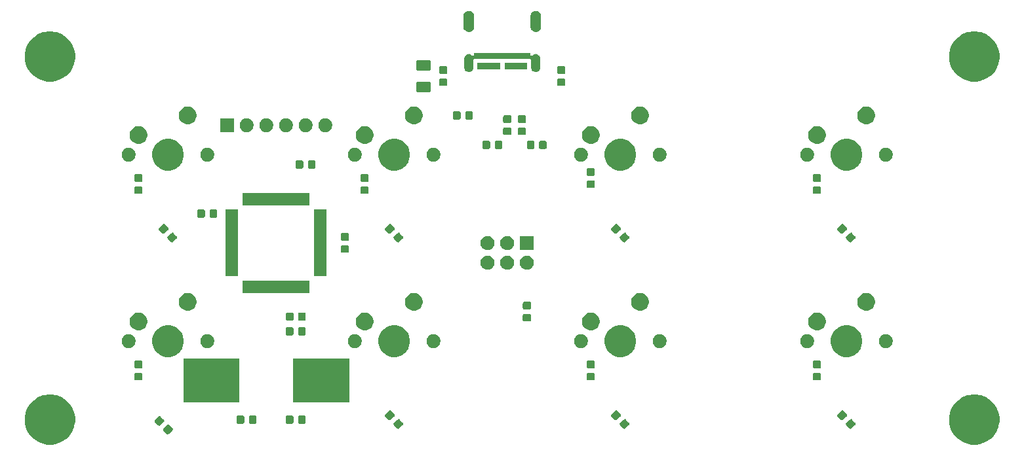
<source format=gbr>
G04 #@! TF.GenerationSoftware,KiCad,Pcbnew,(5.1.5)-3*
G04 #@! TF.CreationDate,2020-04-15T22:49:56+02:00*
G04 #@! TF.ProjectId,makroboard,6d616b72-6f62-46f6-9172-642e6b696361,rev?*
G04 #@! TF.SameCoordinates,Original*
G04 #@! TF.FileFunction,Soldermask,Bot*
G04 #@! TF.FilePolarity,Negative*
%FSLAX46Y46*%
G04 Gerber Fmt 4.6, Leading zero omitted, Abs format (unit mm)*
G04 Created by KiCad (PCBNEW (5.1.5)-3) date 2020-04-15 22:49:56*
%MOMM*%
%LPD*%
G04 APERTURE LIST*
%ADD10C,0.100000*%
G04 APERTURE END LIST*
D10*
G36*
X154304239Y-71741467D02*
G01*
X154618282Y-71803934D01*
X155209926Y-72049001D01*
X155742392Y-72404784D01*
X156195216Y-72857608D01*
X156550999Y-73390074D01*
X156796066Y-73981718D01*
X156796066Y-73981719D01*
X156921000Y-74609803D01*
X156921000Y-75250197D01*
X156899220Y-75359690D01*
X156796066Y-75878282D01*
X156550999Y-76469926D01*
X156195216Y-77002392D01*
X155742392Y-77455216D01*
X155209926Y-77810999D01*
X154618282Y-78056066D01*
X154304239Y-78118533D01*
X153990197Y-78181000D01*
X153349803Y-78181000D01*
X153035761Y-78118533D01*
X152721718Y-78056066D01*
X152130074Y-77810999D01*
X151597608Y-77455216D01*
X151144784Y-77002392D01*
X150789001Y-76469926D01*
X150543934Y-75878282D01*
X150440780Y-75359690D01*
X150419000Y-75250197D01*
X150419000Y-74609803D01*
X150543934Y-73981719D01*
X150543934Y-73981718D01*
X150789001Y-73390074D01*
X151144784Y-72857608D01*
X151597608Y-72404784D01*
X152130074Y-72049001D01*
X152721718Y-71803934D01*
X153035761Y-71741467D01*
X153349803Y-71679000D01*
X153990197Y-71679000D01*
X154304239Y-71741467D01*
G37*
G36*
X34924239Y-71741467D02*
G01*
X35238282Y-71803934D01*
X35829926Y-72049001D01*
X36362392Y-72404784D01*
X36815216Y-72857608D01*
X37170999Y-73390074D01*
X37416066Y-73981718D01*
X37416066Y-73981719D01*
X37541000Y-74609803D01*
X37541000Y-75250197D01*
X37519220Y-75359690D01*
X37416066Y-75878282D01*
X37170999Y-76469926D01*
X36815216Y-77002392D01*
X36362392Y-77455216D01*
X35829926Y-77810999D01*
X35238282Y-78056066D01*
X34924239Y-78118533D01*
X34610197Y-78181000D01*
X33969803Y-78181000D01*
X33655761Y-78118533D01*
X33341718Y-78056066D01*
X32750074Y-77810999D01*
X32217608Y-77455216D01*
X31764784Y-77002392D01*
X31409001Y-76469926D01*
X31163934Y-75878282D01*
X31060780Y-75359690D01*
X31039000Y-75250197D01*
X31039000Y-74609803D01*
X31163934Y-73981719D01*
X31163934Y-73981718D01*
X31409001Y-73390074D01*
X31764784Y-72857608D01*
X32217608Y-72404784D01*
X32750074Y-72049001D01*
X33341718Y-71803934D01*
X33655761Y-71741467D01*
X33969803Y-71679000D01*
X34610197Y-71679000D01*
X34924239Y-71741467D01*
G37*
G36*
X49591858Y-75562008D02*
G01*
X49625836Y-75572316D01*
X49657157Y-75589057D01*
X49689371Y-75615495D01*
X49729222Y-75655346D01*
X49729228Y-75655351D01*
X50074649Y-76000772D01*
X50074654Y-76000778D01*
X50114505Y-76040629D01*
X50140943Y-76072843D01*
X50157684Y-76104164D01*
X50167992Y-76138142D01*
X50171472Y-76173483D01*
X50167992Y-76208824D01*
X50157684Y-76242802D01*
X50140943Y-76274123D01*
X50114505Y-76306337D01*
X50074654Y-76346188D01*
X50074649Y-76346194D01*
X49676194Y-76744649D01*
X49676188Y-76744654D01*
X49636337Y-76784505D01*
X49604123Y-76810943D01*
X49572802Y-76827684D01*
X49538824Y-76837992D01*
X49503483Y-76841472D01*
X49468142Y-76837992D01*
X49434164Y-76827684D01*
X49402843Y-76810943D01*
X49370629Y-76784505D01*
X49330778Y-76744654D01*
X49330772Y-76744649D01*
X48985351Y-76399228D01*
X48985346Y-76399222D01*
X48945495Y-76359371D01*
X48919057Y-76327157D01*
X48902316Y-76295836D01*
X48892008Y-76261858D01*
X48888528Y-76226517D01*
X48892008Y-76191176D01*
X48902316Y-76157198D01*
X48919057Y-76125877D01*
X48945495Y-76093663D01*
X48985346Y-76053812D01*
X48985351Y-76053806D01*
X49383806Y-75655351D01*
X49383812Y-75655346D01*
X49423663Y-75615495D01*
X49455877Y-75589057D01*
X49487198Y-75572316D01*
X49521176Y-75562008D01*
X49556517Y-75558528D01*
X49591858Y-75562008D01*
G37*
G36*
X79358705Y-74848855D02*
G01*
X79392683Y-74859163D01*
X79424004Y-74875904D01*
X79456218Y-74902342D01*
X79496069Y-74942193D01*
X79496075Y-74942198D01*
X79841496Y-75287619D01*
X79841501Y-75287625D01*
X79881352Y-75327476D01*
X79907790Y-75359690D01*
X79924531Y-75391011D01*
X79934839Y-75424989D01*
X79938319Y-75460330D01*
X79934839Y-75495671D01*
X79924531Y-75529649D01*
X79907790Y-75560970D01*
X79881352Y-75593184D01*
X79841501Y-75633035D01*
X79841496Y-75633041D01*
X79443041Y-76031496D01*
X79443035Y-76031501D01*
X79403184Y-76071352D01*
X79370970Y-76097790D01*
X79339649Y-76114531D01*
X79305671Y-76124839D01*
X79270330Y-76128319D01*
X79234989Y-76124839D01*
X79201011Y-76114531D01*
X79169690Y-76097790D01*
X79137476Y-76071352D01*
X79097625Y-76031501D01*
X79097619Y-76031496D01*
X78752198Y-75686075D01*
X78752193Y-75686069D01*
X78712342Y-75646218D01*
X78685904Y-75614004D01*
X78669163Y-75582683D01*
X78658855Y-75548705D01*
X78655375Y-75513364D01*
X78658855Y-75478023D01*
X78669163Y-75444045D01*
X78685904Y-75412724D01*
X78712342Y-75380510D01*
X78752193Y-75340659D01*
X78752198Y-75340653D01*
X79150653Y-74942198D01*
X79150659Y-74942193D01*
X79190510Y-74902342D01*
X79222724Y-74875904D01*
X79254045Y-74859163D01*
X79288023Y-74848855D01*
X79323364Y-74845375D01*
X79358705Y-74848855D01*
G37*
G36*
X108568705Y-74848855D02*
G01*
X108602683Y-74859163D01*
X108634004Y-74875904D01*
X108666218Y-74902342D01*
X108706069Y-74942193D01*
X108706075Y-74942198D01*
X109051496Y-75287619D01*
X109051501Y-75287625D01*
X109091352Y-75327476D01*
X109117790Y-75359690D01*
X109134531Y-75391011D01*
X109144839Y-75424989D01*
X109148319Y-75460330D01*
X109144839Y-75495671D01*
X109134531Y-75529649D01*
X109117790Y-75560970D01*
X109091352Y-75593184D01*
X109051501Y-75633035D01*
X109051496Y-75633041D01*
X108653041Y-76031496D01*
X108653035Y-76031501D01*
X108613184Y-76071352D01*
X108580970Y-76097790D01*
X108549649Y-76114531D01*
X108515671Y-76124839D01*
X108480330Y-76128319D01*
X108444989Y-76124839D01*
X108411011Y-76114531D01*
X108379690Y-76097790D01*
X108347476Y-76071352D01*
X108307625Y-76031501D01*
X108307619Y-76031496D01*
X107962198Y-75686075D01*
X107962193Y-75686069D01*
X107922342Y-75646218D01*
X107895904Y-75614004D01*
X107879163Y-75582683D01*
X107868855Y-75548705D01*
X107865375Y-75513364D01*
X107868855Y-75478023D01*
X107879163Y-75444045D01*
X107895904Y-75412724D01*
X107922342Y-75380510D01*
X107962193Y-75340659D01*
X107962198Y-75340653D01*
X108360653Y-74942198D01*
X108360659Y-74942193D01*
X108400510Y-74902342D01*
X108432724Y-74875904D01*
X108464045Y-74859163D01*
X108498023Y-74848855D01*
X108533364Y-74845375D01*
X108568705Y-74848855D01*
G37*
G36*
X137778705Y-74848855D02*
G01*
X137812683Y-74859163D01*
X137844004Y-74875904D01*
X137876218Y-74902342D01*
X137916069Y-74942193D01*
X137916075Y-74942198D01*
X138261496Y-75287619D01*
X138261501Y-75287625D01*
X138301352Y-75327476D01*
X138327790Y-75359690D01*
X138344531Y-75391011D01*
X138354839Y-75424989D01*
X138358319Y-75460330D01*
X138354839Y-75495671D01*
X138344531Y-75529649D01*
X138327790Y-75560970D01*
X138301352Y-75593184D01*
X138261501Y-75633035D01*
X138261496Y-75633041D01*
X137863041Y-76031496D01*
X137863035Y-76031501D01*
X137823184Y-76071352D01*
X137790970Y-76097790D01*
X137759649Y-76114531D01*
X137725671Y-76124839D01*
X137690330Y-76128319D01*
X137654989Y-76124839D01*
X137621011Y-76114531D01*
X137589690Y-76097790D01*
X137557476Y-76071352D01*
X137517625Y-76031501D01*
X137517619Y-76031496D01*
X137172198Y-75686075D01*
X137172193Y-75686069D01*
X137132342Y-75646218D01*
X137105904Y-75614004D01*
X137089163Y-75582683D01*
X137078855Y-75548705D01*
X137075375Y-75513364D01*
X137078855Y-75478023D01*
X137089163Y-75444045D01*
X137105904Y-75412724D01*
X137132342Y-75380510D01*
X137172193Y-75340659D01*
X137172198Y-75340653D01*
X137570653Y-74942198D01*
X137570659Y-74942193D01*
X137610510Y-74902342D01*
X137642724Y-74875904D01*
X137674045Y-74859163D01*
X137708023Y-74848855D01*
X137743364Y-74845375D01*
X137778705Y-74848855D01*
G37*
G36*
X48478164Y-74448314D02*
G01*
X48512142Y-74458622D01*
X48543463Y-74475363D01*
X48575677Y-74501801D01*
X48615528Y-74541652D01*
X48615534Y-74541657D01*
X48960955Y-74887078D01*
X48960960Y-74887084D01*
X49000811Y-74926935D01*
X49027249Y-74959149D01*
X49043990Y-74990470D01*
X49054298Y-75024448D01*
X49057778Y-75059789D01*
X49054298Y-75095130D01*
X49043990Y-75129108D01*
X49027249Y-75160429D01*
X49000811Y-75192643D01*
X48960960Y-75232494D01*
X48960955Y-75232500D01*
X48562500Y-75630955D01*
X48562494Y-75630960D01*
X48522643Y-75670811D01*
X48490429Y-75697249D01*
X48459108Y-75713990D01*
X48425130Y-75724298D01*
X48389789Y-75727778D01*
X48354448Y-75724298D01*
X48320470Y-75713990D01*
X48289149Y-75697249D01*
X48256935Y-75670811D01*
X48217084Y-75630960D01*
X48217078Y-75630955D01*
X47871657Y-75285534D01*
X47871652Y-75285528D01*
X47831801Y-75245677D01*
X47805363Y-75213463D01*
X47788622Y-75182142D01*
X47778314Y-75148164D01*
X47774834Y-75112823D01*
X47778314Y-75077482D01*
X47788622Y-75043504D01*
X47805363Y-75012183D01*
X47831801Y-74979969D01*
X47871652Y-74940118D01*
X47871657Y-74940112D01*
X48270112Y-74541657D01*
X48270118Y-74541652D01*
X48309969Y-74501801D01*
X48342183Y-74475363D01*
X48373504Y-74458622D01*
X48407482Y-74448314D01*
X48442823Y-74444834D01*
X48478164Y-74448314D01*
G37*
G36*
X67169591Y-74408085D02*
G01*
X67203569Y-74418393D01*
X67234890Y-74435134D01*
X67262339Y-74457661D01*
X67284866Y-74485110D01*
X67301607Y-74516431D01*
X67311915Y-74550409D01*
X67316000Y-74591890D01*
X67316000Y-75268110D01*
X67311915Y-75309591D01*
X67301607Y-75343569D01*
X67284866Y-75374890D01*
X67262339Y-75402339D01*
X67234890Y-75424866D01*
X67203569Y-75441607D01*
X67169591Y-75451915D01*
X67128110Y-75456000D01*
X66526890Y-75456000D01*
X66485409Y-75451915D01*
X66451431Y-75441607D01*
X66420110Y-75424866D01*
X66392661Y-75402339D01*
X66370134Y-75374890D01*
X66353393Y-75343569D01*
X66343085Y-75309591D01*
X66339000Y-75268110D01*
X66339000Y-74591890D01*
X66343085Y-74550409D01*
X66353393Y-74516431D01*
X66370134Y-74485110D01*
X66392661Y-74457661D01*
X66420110Y-74435134D01*
X66451431Y-74418393D01*
X66485409Y-74408085D01*
X66526890Y-74404000D01*
X67128110Y-74404000D01*
X67169591Y-74408085D01*
G37*
G36*
X59244591Y-74408085D02*
G01*
X59278569Y-74418393D01*
X59309890Y-74435134D01*
X59337339Y-74457661D01*
X59359866Y-74485110D01*
X59376607Y-74516431D01*
X59386915Y-74550409D01*
X59391000Y-74591890D01*
X59391000Y-75268110D01*
X59386915Y-75309591D01*
X59376607Y-75343569D01*
X59359866Y-75374890D01*
X59337339Y-75402339D01*
X59309890Y-75424866D01*
X59278569Y-75441607D01*
X59244591Y-75451915D01*
X59203110Y-75456000D01*
X58601890Y-75456000D01*
X58560409Y-75451915D01*
X58526431Y-75441607D01*
X58495110Y-75424866D01*
X58467661Y-75402339D01*
X58445134Y-75374890D01*
X58428393Y-75343569D01*
X58418085Y-75309591D01*
X58414000Y-75268110D01*
X58414000Y-74591890D01*
X58418085Y-74550409D01*
X58428393Y-74516431D01*
X58445134Y-74485110D01*
X58467661Y-74457661D01*
X58495110Y-74435134D01*
X58526431Y-74418393D01*
X58560409Y-74408085D01*
X58601890Y-74404000D01*
X59203110Y-74404000D01*
X59244591Y-74408085D01*
G37*
G36*
X60819591Y-74408085D02*
G01*
X60853569Y-74418393D01*
X60884890Y-74435134D01*
X60912339Y-74457661D01*
X60934866Y-74485110D01*
X60951607Y-74516431D01*
X60961915Y-74550409D01*
X60966000Y-74591890D01*
X60966000Y-75268110D01*
X60961915Y-75309591D01*
X60951607Y-75343569D01*
X60934866Y-75374890D01*
X60912339Y-75402339D01*
X60884890Y-75424866D01*
X60853569Y-75441607D01*
X60819591Y-75451915D01*
X60778110Y-75456000D01*
X60176890Y-75456000D01*
X60135409Y-75451915D01*
X60101431Y-75441607D01*
X60070110Y-75424866D01*
X60042661Y-75402339D01*
X60020134Y-75374890D01*
X60003393Y-75343569D01*
X59993085Y-75309591D01*
X59989000Y-75268110D01*
X59989000Y-74591890D01*
X59993085Y-74550409D01*
X60003393Y-74516431D01*
X60020134Y-74485110D01*
X60042661Y-74457661D01*
X60070110Y-74435134D01*
X60101431Y-74418393D01*
X60135409Y-74408085D01*
X60176890Y-74404000D01*
X60778110Y-74404000D01*
X60819591Y-74408085D01*
G37*
G36*
X65594591Y-74408085D02*
G01*
X65628569Y-74418393D01*
X65659890Y-74435134D01*
X65687339Y-74457661D01*
X65709866Y-74485110D01*
X65726607Y-74516431D01*
X65736915Y-74550409D01*
X65741000Y-74591890D01*
X65741000Y-75268110D01*
X65736915Y-75309591D01*
X65726607Y-75343569D01*
X65709866Y-75374890D01*
X65687339Y-75402339D01*
X65659890Y-75424866D01*
X65628569Y-75441607D01*
X65594591Y-75451915D01*
X65553110Y-75456000D01*
X64951890Y-75456000D01*
X64910409Y-75451915D01*
X64876431Y-75441607D01*
X64845110Y-75424866D01*
X64817661Y-75402339D01*
X64795134Y-75374890D01*
X64778393Y-75343569D01*
X64768085Y-75309591D01*
X64764000Y-75268110D01*
X64764000Y-74591890D01*
X64768085Y-74550409D01*
X64778393Y-74516431D01*
X64795134Y-74485110D01*
X64817661Y-74457661D01*
X64845110Y-74435134D01*
X64876431Y-74418393D01*
X64910409Y-74408085D01*
X64951890Y-74404000D01*
X65553110Y-74404000D01*
X65594591Y-74408085D01*
G37*
G36*
X136665011Y-73735161D02*
G01*
X136698989Y-73745469D01*
X136730310Y-73762210D01*
X136762524Y-73788648D01*
X136802375Y-73828499D01*
X136802381Y-73828504D01*
X137147802Y-74173925D01*
X137147807Y-74173931D01*
X137187658Y-74213782D01*
X137214096Y-74245996D01*
X137230837Y-74277317D01*
X137241145Y-74311295D01*
X137244625Y-74346636D01*
X137241145Y-74381977D01*
X137230837Y-74415955D01*
X137214096Y-74447276D01*
X137187658Y-74479490D01*
X137147807Y-74519341D01*
X137147802Y-74519347D01*
X136749347Y-74917802D01*
X136749341Y-74917807D01*
X136709490Y-74957658D01*
X136677276Y-74984096D01*
X136645955Y-75000837D01*
X136611977Y-75011145D01*
X136576636Y-75014625D01*
X136541295Y-75011145D01*
X136507317Y-75000837D01*
X136475996Y-74984096D01*
X136443782Y-74957658D01*
X136403931Y-74917807D01*
X136403925Y-74917802D01*
X136058504Y-74572381D01*
X136058499Y-74572375D01*
X136018648Y-74532524D01*
X135992210Y-74500310D01*
X135975469Y-74468989D01*
X135965161Y-74435011D01*
X135961681Y-74399670D01*
X135965161Y-74364329D01*
X135975469Y-74330351D01*
X135992210Y-74299030D01*
X136018648Y-74266816D01*
X136058499Y-74226965D01*
X136058504Y-74226959D01*
X136456959Y-73828504D01*
X136456965Y-73828499D01*
X136496816Y-73788648D01*
X136529030Y-73762210D01*
X136560351Y-73745469D01*
X136594329Y-73735161D01*
X136629670Y-73731681D01*
X136665011Y-73735161D01*
G37*
G36*
X78245011Y-73735161D02*
G01*
X78278989Y-73745469D01*
X78310310Y-73762210D01*
X78342524Y-73788648D01*
X78382375Y-73828499D01*
X78382381Y-73828504D01*
X78727802Y-74173925D01*
X78727807Y-74173931D01*
X78767658Y-74213782D01*
X78794096Y-74245996D01*
X78810837Y-74277317D01*
X78821145Y-74311295D01*
X78824625Y-74346636D01*
X78821145Y-74381977D01*
X78810837Y-74415955D01*
X78794096Y-74447276D01*
X78767658Y-74479490D01*
X78727807Y-74519341D01*
X78727802Y-74519347D01*
X78329347Y-74917802D01*
X78329341Y-74917807D01*
X78289490Y-74957658D01*
X78257276Y-74984096D01*
X78225955Y-75000837D01*
X78191977Y-75011145D01*
X78156636Y-75014625D01*
X78121295Y-75011145D01*
X78087317Y-75000837D01*
X78055996Y-74984096D01*
X78023782Y-74957658D01*
X77983931Y-74917807D01*
X77983925Y-74917802D01*
X77638504Y-74572381D01*
X77638499Y-74572375D01*
X77598648Y-74532524D01*
X77572210Y-74500310D01*
X77555469Y-74468989D01*
X77545161Y-74435011D01*
X77541681Y-74399670D01*
X77545161Y-74364329D01*
X77555469Y-74330351D01*
X77572210Y-74299030D01*
X77598648Y-74266816D01*
X77638499Y-74226965D01*
X77638504Y-74226959D01*
X78036959Y-73828504D01*
X78036965Y-73828499D01*
X78076816Y-73788648D01*
X78109030Y-73762210D01*
X78140351Y-73745469D01*
X78174329Y-73735161D01*
X78209670Y-73731681D01*
X78245011Y-73735161D01*
G37*
G36*
X107455011Y-73735161D02*
G01*
X107488989Y-73745469D01*
X107520310Y-73762210D01*
X107552524Y-73788648D01*
X107592375Y-73828499D01*
X107592381Y-73828504D01*
X107937802Y-74173925D01*
X107937807Y-74173931D01*
X107977658Y-74213782D01*
X108004096Y-74245996D01*
X108020837Y-74277317D01*
X108031145Y-74311295D01*
X108034625Y-74346636D01*
X108031145Y-74381977D01*
X108020837Y-74415955D01*
X108004096Y-74447276D01*
X107977658Y-74479490D01*
X107937807Y-74519341D01*
X107937802Y-74519347D01*
X107539347Y-74917802D01*
X107539341Y-74917807D01*
X107499490Y-74957658D01*
X107467276Y-74984096D01*
X107435955Y-75000837D01*
X107401977Y-75011145D01*
X107366636Y-75014625D01*
X107331295Y-75011145D01*
X107297317Y-75000837D01*
X107265996Y-74984096D01*
X107233782Y-74957658D01*
X107193931Y-74917807D01*
X107193925Y-74917802D01*
X106848504Y-74572381D01*
X106848499Y-74572375D01*
X106808648Y-74532524D01*
X106782210Y-74500310D01*
X106765469Y-74468989D01*
X106755161Y-74435011D01*
X106751681Y-74399670D01*
X106755161Y-74364329D01*
X106765469Y-74330351D01*
X106782210Y-74299030D01*
X106808648Y-74266816D01*
X106848499Y-74226965D01*
X106848504Y-74226959D01*
X107246959Y-73828504D01*
X107246965Y-73828499D01*
X107286816Y-73788648D01*
X107319030Y-73762210D01*
X107350351Y-73745469D01*
X107384329Y-73735161D01*
X107419670Y-73731681D01*
X107455011Y-73735161D01*
G37*
G36*
X58781000Y-72701000D02*
G01*
X51504000Y-72701000D01*
X51504000Y-66999000D01*
X58781000Y-66999000D01*
X58781000Y-72701000D01*
G37*
G36*
X72956000Y-72701000D02*
G01*
X65679000Y-72701000D01*
X65679000Y-66999000D01*
X72956000Y-66999000D01*
X72956000Y-72701000D01*
G37*
G36*
X46099591Y-68883085D02*
G01*
X46133569Y-68893393D01*
X46164890Y-68910134D01*
X46192339Y-68932661D01*
X46214866Y-68960110D01*
X46231607Y-68991431D01*
X46241915Y-69025409D01*
X46246000Y-69066890D01*
X46246000Y-69668110D01*
X46241915Y-69709591D01*
X46231607Y-69743569D01*
X46214866Y-69774890D01*
X46192339Y-69802339D01*
X46164890Y-69824866D01*
X46133569Y-69841607D01*
X46099591Y-69851915D01*
X46058110Y-69856000D01*
X45381890Y-69856000D01*
X45340409Y-69851915D01*
X45306431Y-69841607D01*
X45275110Y-69824866D01*
X45247661Y-69802339D01*
X45225134Y-69774890D01*
X45208393Y-69743569D01*
X45198085Y-69709591D01*
X45194000Y-69668110D01*
X45194000Y-69066890D01*
X45198085Y-69025409D01*
X45208393Y-68991431D01*
X45225134Y-68960110D01*
X45247661Y-68932661D01*
X45275110Y-68910134D01*
X45306431Y-68893393D01*
X45340409Y-68883085D01*
X45381890Y-68879000D01*
X46058110Y-68879000D01*
X46099591Y-68883085D01*
G37*
G36*
X104519591Y-68883085D02*
G01*
X104553569Y-68893393D01*
X104584890Y-68910134D01*
X104612339Y-68932661D01*
X104634866Y-68960110D01*
X104651607Y-68991431D01*
X104661915Y-69025409D01*
X104666000Y-69066890D01*
X104666000Y-69668110D01*
X104661915Y-69709591D01*
X104651607Y-69743569D01*
X104634866Y-69774890D01*
X104612339Y-69802339D01*
X104584890Y-69824866D01*
X104553569Y-69841607D01*
X104519591Y-69851915D01*
X104478110Y-69856000D01*
X103801890Y-69856000D01*
X103760409Y-69851915D01*
X103726431Y-69841607D01*
X103695110Y-69824866D01*
X103667661Y-69802339D01*
X103645134Y-69774890D01*
X103628393Y-69743569D01*
X103618085Y-69709591D01*
X103614000Y-69668110D01*
X103614000Y-69066890D01*
X103618085Y-69025409D01*
X103628393Y-68991431D01*
X103645134Y-68960110D01*
X103667661Y-68932661D01*
X103695110Y-68910134D01*
X103726431Y-68893393D01*
X103760409Y-68883085D01*
X103801890Y-68879000D01*
X104478110Y-68879000D01*
X104519591Y-68883085D01*
G37*
G36*
X133729591Y-68883085D02*
G01*
X133763569Y-68893393D01*
X133794890Y-68910134D01*
X133822339Y-68932661D01*
X133844866Y-68960110D01*
X133861607Y-68991431D01*
X133871915Y-69025409D01*
X133876000Y-69066890D01*
X133876000Y-69668110D01*
X133871915Y-69709591D01*
X133861607Y-69743569D01*
X133844866Y-69774890D01*
X133822339Y-69802339D01*
X133794890Y-69824866D01*
X133763569Y-69841607D01*
X133729591Y-69851915D01*
X133688110Y-69856000D01*
X133011890Y-69856000D01*
X132970409Y-69851915D01*
X132936431Y-69841607D01*
X132905110Y-69824866D01*
X132877661Y-69802339D01*
X132855134Y-69774890D01*
X132838393Y-69743569D01*
X132828085Y-69709591D01*
X132824000Y-69668110D01*
X132824000Y-69066890D01*
X132828085Y-69025409D01*
X132838393Y-68991431D01*
X132855134Y-68960110D01*
X132877661Y-68932661D01*
X132905110Y-68910134D01*
X132936431Y-68893393D01*
X132970409Y-68883085D01*
X133011890Y-68879000D01*
X133688110Y-68879000D01*
X133729591Y-68883085D01*
G37*
G36*
X133729591Y-67308085D02*
G01*
X133763569Y-67318393D01*
X133794890Y-67335134D01*
X133822339Y-67357661D01*
X133844866Y-67385110D01*
X133861607Y-67416431D01*
X133871915Y-67450409D01*
X133876000Y-67491890D01*
X133876000Y-68093110D01*
X133871915Y-68134591D01*
X133861607Y-68168569D01*
X133844866Y-68199890D01*
X133822339Y-68227339D01*
X133794890Y-68249866D01*
X133763569Y-68266607D01*
X133729591Y-68276915D01*
X133688110Y-68281000D01*
X133011890Y-68281000D01*
X132970409Y-68276915D01*
X132936431Y-68266607D01*
X132905110Y-68249866D01*
X132877661Y-68227339D01*
X132855134Y-68199890D01*
X132838393Y-68168569D01*
X132828085Y-68134591D01*
X132824000Y-68093110D01*
X132824000Y-67491890D01*
X132828085Y-67450409D01*
X132838393Y-67416431D01*
X132855134Y-67385110D01*
X132877661Y-67357661D01*
X132905110Y-67335134D01*
X132936431Y-67318393D01*
X132970409Y-67308085D01*
X133011890Y-67304000D01*
X133688110Y-67304000D01*
X133729591Y-67308085D01*
G37*
G36*
X104519591Y-67308085D02*
G01*
X104553569Y-67318393D01*
X104584890Y-67335134D01*
X104612339Y-67357661D01*
X104634866Y-67385110D01*
X104651607Y-67416431D01*
X104661915Y-67450409D01*
X104666000Y-67491890D01*
X104666000Y-68093110D01*
X104661915Y-68134591D01*
X104651607Y-68168569D01*
X104634866Y-68199890D01*
X104612339Y-68227339D01*
X104584890Y-68249866D01*
X104553569Y-68266607D01*
X104519591Y-68276915D01*
X104478110Y-68281000D01*
X103801890Y-68281000D01*
X103760409Y-68276915D01*
X103726431Y-68266607D01*
X103695110Y-68249866D01*
X103667661Y-68227339D01*
X103645134Y-68199890D01*
X103628393Y-68168569D01*
X103618085Y-68134591D01*
X103614000Y-68093110D01*
X103614000Y-67491890D01*
X103618085Y-67450409D01*
X103628393Y-67416431D01*
X103645134Y-67385110D01*
X103667661Y-67357661D01*
X103695110Y-67335134D01*
X103726431Y-67318393D01*
X103760409Y-67308085D01*
X103801890Y-67304000D01*
X104478110Y-67304000D01*
X104519591Y-67308085D01*
G37*
G36*
X46099591Y-67308085D02*
G01*
X46133569Y-67318393D01*
X46164890Y-67335134D01*
X46192339Y-67357661D01*
X46214866Y-67385110D01*
X46231607Y-67416431D01*
X46241915Y-67450409D01*
X46246000Y-67491890D01*
X46246000Y-68093110D01*
X46241915Y-68134591D01*
X46231607Y-68168569D01*
X46214866Y-68199890D01*
X46192339Y-68227339D01*
X46164890Y-68249866D01*
X46133569Y-68266607D01*
X46099591Y-68276915D01*
X46058110Y-68281000D01*
X45381890Y-68281000D01*
X45340409Y-68276915D01*
X45306431Y-68266607D01*
X45275110Y-68249866D01*
X45247661Y-68227339D01*
X45225134Y-68199890D01*
X45208393Y-68168569D01*
X45198085Y-68134591D01*
X45194000Y-68093110D01*
X45194000Y-67491890D01*
X45198085Y-67450409D01*
X45208393Y-67416431D01*
X45225134Y-67385110D01*
X45247661Y-67357661D01*
X45275110Y-67335134D01*
X45306431Y-67318393D01*
X45340409Y-67308085D01*
X45381890Y-67304000D01*
X46058110Y-67304000D01*
X46099591Y-67308085D01*
G37*
G36*
X137758254Y-62797818D02*
G01*
X138131511Y-62952426D01*
X138131513Y-62952427D01*
X138467436Y-63176884D01*
X138753116Y-63462564D01*
X138966390Y-63781750D01*
X138977574Y-63798489D01*
X139132182Y-64171746D01*
X139211000Y-64567993D01*
X139211000Y-64972007D01*
X139132182Y-65368254D01*
X138977574Y-65741511D01*
X138977573Y-65741513D01*
X138753116Y-66077436D01*
X138467436Y-66363116D01*
X138131513Y-66587573D01*
X138131512Y-66587574D01*
X138131511Y-66587574D01*
X137758254Y-66742182D01*
X137362007Y-66821000D01*
X136957993Y-66821000D01*
X136561746Y-66742182D01*
X136188489Y-66587574D01*
X136188488Y-66587574D01*
X136188487Y-66587573D01*
X135852564Y-66363116D01*
X135566884Y-66077436D01*
X135342427Y-65741513D01*
X135342426Y-65741511D01*
X135187818Y-65368254D01*
X135109000Y-64972007D01*
X135109000Y-64567993D01*
X135187818Y-64171746D01*
X135342426Y-63798489D01*
X135353611Y-63781750D01*
X135566884Y-63462564D01*
X135852564Y-63176884D01*
X136188487Y-62952427D01*
X136188489Y-62952426D01*
X136561746Y-62797818D01*
X136957993Y-62719000D01*
X137362007Y-62719000D01*
X137758254Y-62797818D01*
G37*
G36*
X50128254Y-62797818D02*
G01*
X50501511Y-62952426D01*
X50501513Y-62952427D01*
X50837436Y-63176884D01*
X51123116Y-63462564D01*
X51336390Y-63781750D01*
X51347574Y-63798489D01*
X51502182Y-64171746D01*
X51581000Y-64567993D01*
X51581000Y-64972007D01*
X51502182Y-65368254D01*
X51347574Y-65741511D01*
X51347573Y-65741513D01*
X51123116Y-66077436D01*
X50837436Y-66363116D01*
X50501513Y-66587573D01*
X50501512Y-66587574D01*
X50501511Y-66587574D01*
X50128254Y-66742182D01*
X49732007Y-66821000D01*
X49327993Y-66821000D01*
X48931746Y-66742182D01*
X48558489Y-66587574D01*
X48558488Y-66587574D01*
X48558487Y-66587573D01*
X48222564Y-66363116D01*
X47936884Y-66077436D01*
X47712427Y-65741513D01*
X47712426Y-65741511D01*
X47557818Y-65368254D01*
X47479000Y-64972007D01*
X47479000Y-64567993D01*
X47557818Y-64171746D01*
X47712426Y-63798489D01*
X47723611Y-63781750D01*
X47936884Y-63462564D01*
X48222564Y-63176884D01*
X48558487Y-62952427D01*
X48558489Y-62952426D01*
X48931746Y-62797818D01*
X49327993Y-62719000D01*
X49732007Y-62719000D01*
X50128254Y-62797818D01*
G37*
G36*
X79338254Y-62797818D02*
G01*
X79711511Y-62952426D01*
X79711513Y-62952427D01*
X80047436Y-63176884D01*
X80333116Y-63462564D01*
X80546390Y-63781750D01*
X80557574Y-63798489D01*
X80712182Y-64171746D01*
X80791000Y-64567993D01*
X80791000Y-64972007D01*
X80712182Y-65368254D01*
X80557574Y-65741511D01*
X80557573Y-65741513D01*
X80333116Y-66077436D01*
X80047436Y-66363116D01*
X79711513Y-66587573D01*
X79711512Y-66587574D01*
X79711511Y-66587574D01*
X79338254Y-66742182D01*
X78942007Y-66821000D01*
X78537993Y-66821000D01*
X78141746Y-66742182D01*
X77768489Y-66587574D01*
X77768488Y-66587574D01*
X77768487Y-66587573D01*
X77432564Y-66363116D01*
X77146884Y-66077436D01*
X76922427Y-65741513D01*
X76922426Y-65741511D01*
X76767818Y-65368254D01*
X76689000Y-64972007D01*
X76689000Y-64567993D01*
X76767818Y-64171746D01*
X76922426Y-63798489D01*
X76933611Y-63781750D01*
X77146884Y-63462564D01*
X77432564Y-63176884D01*
X77768487Y-62952427D01*
X77768489Y-62952426D01*
X78141746Y-62797818D01*
X78537993Y-62719000D01*
X78942007Y-62719000D01*
X79338254Y-62797818D01*
G37*
G36*
X108548254Y-62797818D02*
G01*
X108921511Y-62952426D01*
X108921513Y-62952427D01*
X109257436Y-63176884D01*
X109543116Y-63462564D01*
X109756390Y-63781750D01*
X109767574Y-63798489D01*
X109922182Y-64171746D01*
X110001000Y-64567993D01*
X110001000Y-64972007D01*
X109922182Y-65368254D01*
X109767574Y-65741511D01*
X109767573Y-65741513D01*
X109543116Y-66077436D01*
X109257436Y-66363116D01*
X108921513Y-66587573D01*
X108921512Y-66587574D01*
X108921511Y-66587574D01*
X108548254Y-66742182D01*
X108152007Y-66821000D01*
X107747993Y-66821000D01*
X107351746Y-66742182D01*
X106978489Y-66587574D01*
X106978488Y-66587574D01*
X106978487Y-66587573D01*
X106642564Y-66363116D01*
X106356884Y-66077436D01*
X106132427Y-65741513D01*
X106132426Y-65741511D01*
X105977818Y-65368254D01*
X105899000Y-64972007D01*
X105899000Y-64567993D01*
X105977818Y-64171746D01*
X106132426Y-63798489D01*
X106143611Y-63781750D01*
X106356884Y-63462564D01*
X106642564Y-63176884D01*
X106978487Y-62952427D01*
X106978489Y-62952426D01*
X107351746Y-62797818D01*
X107747993Y-62719000D01*
X108152007Y-62719000D01*
X108548254Y-62797818D01*
G37*
G36*
X54723512Y-63873927D02*
G01*
X54872812Y-63903624D01*
X55036784Y-63971544D01*
X55184354Y-64070147D01*
X55309853Y-64195646D01*
X55408456Y-64343216D01*
X55476376Y-64507188D01*
X55511000Y-64681259D01*
X55511000Y-64858741D01*
X55476376Y-65032812D01*
X55408456Y-65196784D01*
X55309853Y-65344354D01*
X55184354Y-65469853D01*
X55036784Y-65568456D01*
X54872812Y-65636376D01*
X54723512Y-65666073D01*
X54698742Y-65671000D01*
X54521258Y-65671000D01*
X54496488Y-65666073D01*
X54347188Y-65636376D01*
X54183216Y-65568456D01*
X54035646Y-65469853D01*
X53910147Y-65344354D01*
X53811544Y-65196784D01*
X53743624Y-65032812D01*
X53709000Y-64858741D01*
X53709000Y-64681259D01*
X53743624Y-64507188D01*
X53811544Y-64343216D01*
X53910147Y-64195646D01*
X54035646Y-64070147D01*
X54183216Y-63971544D01*
X54347188Y-63903624D01*
X54496488Y-63873927D01*
X54521258Y-63869000D01*
X54698742Y-63869000D01*
X54723512Y-63873927D01*
G37*
G36*
X44563512Y-63873927D02*
G01*
X44712812Y-63903624D01*
X44876784Y-63971544D01*
X45024354Y-64070147D01*
X45149853Y-64195646D01*
X45248456Y-64343216D01*
X45316376Y-64507188D01*
X45351000Y-64681259D01*
X45351000Y-64858741D01*
X45316376Y-65032812D01*
X45248456Y-65196784D01*
X45149853Y-65344354D01*
X45024354Y-65469853D01*
X44876784Y-65568456D01*
X44712812Y-65636376D01*
X44563512Y-65666073D01*
X44538742Y-65671000D01*
X44361258Y-65671000D01*
X44336488Y-65666073D01*
X44187188Y-65636376D01*
X44023216Y-65568456D01*
X43875646Y-65469853D01*
X43750147Y-65344354D01*
X43651544Y-65196784D01*
X43583624Y-65032812D01*
X43549000Y-64858741D01*
X43549000Y-64681259D01*
X43583624Y-64507188D01*
X43651544Y-64343216D01*
X43750147Y-64195646D01*
X43875646Y-64070147D01*
X44023216Y-63971544D01*
X44187188Y-63903624D01*
X44336488Y-63873927D01*
X44361258Y-63869000D01*
X44538742Y-63869000D01*
X44563512Y-63873927D01*
G37*
G36*
X83933512Y-63873927D02*
G01*
X84082812Y-63903624D01*
X84246784Y-63971544D01*
X84394354Y-64070147D01*
X84519853Y-64195646D01*
X84618456Y-64343216D01*
X84686376Y-64507188D01*
X84721000Y-64681259D01*
X84721000Y-64858741D01*
X84686376Y-65032812D01*
X84618456Y-65196784D01*
X84519853Y-65344354D01*
X84394354Y-65469853D01*
X84246784Y-65568456D01*
X84082812Y-65636376D01*
X83933512Y-65666073D01*
X83908742Y-65671000D01*
X83731258Y-65671000D01*
X83706488Y-65666073D01*
X83557188Y-65636376D01*
X83393216Y-65568456D01*
X83245646Y-65469853D01*
X83120147Y-65344354D01*
X83021544Y-65196784D01*
X82953624Y-65032812D01*
X82919000Y-64858741D01*
X82919000Y-64681259D01*
X82953624Y-64507188D01*
X83021544Y-64343216D01*
X83120147Y-64195646D01*
X83245646Y-64070147D01*
X83393216Y-63971544D01*
X83557188Y-63903624D01*
X83706488Y-63873927D01*
X83731258Y-63869000D01*
X83908742Y-63869000D01*
X83933512Y-63873927D01*
G37*
G36*
X102983512Y-63873927D02*
G01*
X103132812Y-63903624D01*
X103296784Y-63971544D01*
X103444354Y-64070147D01*
X103569853Y-64195646D01*
X103668456Y-64343216D01*
X103736376Y-64507188D01*
X103771000Y-64681259D01*
X103771000Y-64858741D01*
X103736376Y-65032812D01*
X103668456Y-65196784D01*
X103569853Y-65344354D01*
X103444354Y-65469853D01*
X103296784Y-65568456D01*
X103132812Y-65636376D01*
X102983512Y-65666073D01*
X102958742Y-65671000D01*
X102781258Y-65671000D01*
X102756488Y-65666073D01*
X102607188Y-65636376D01*
X102443216Y-65568456D01*
X102295646Y-65469853D01*
X102170147Y-65344354D01*
X102071544Y-65196784D01*
X102003624Y-65032812D01*
X101969000Y-64858741D01*
X101969000Y-64681259D01*
X102003624Y-64507188D01*
X102071544Y-64343216D01*
X102170147Y-64195646D01*
X102295646Y-64070147D01*
X102443216Y-63971544D01*
X102607188Y-63903624D01*
X102756488Y-63873927D01*
X102781258Y-63869000D01*
X102958742Y-63869000D01*
X102983512Y-63873927D01*
G37*
G36*
X142353512Y-63873927D02*
G01*
X142502812Y-63903624D01*
X142666784Y-63971544D01*
X142814354Y-64070147D01*
X142939853Y-64195646D01*
X143038456Y-64343216D01*
X143106376Y-64507188D01*
X143141000Y-64681259D01*
X143141000Y-64858741D01*
X143106376Y-65032812D01*
X143038456Y-65196784D01*
X142939853Y-65344354D01*
X142814354Y-65469853D01*
X142666784Y-65568456D01*
X142502812Y-65636376D01*
X142353512Y-65666073D01*
X142328742Y-65671000D01*
X142151258Y-65671000D01*
X142126488Y-65666073D01*
X141977188Y-65636376D01*
X141813216Y-65568456D01*
X141665646Y-65469853D01*
X141540147Y-65344354D01*
X141441544Y-65196784D01*
X141373624Y-65032812D01*
X141339000Y-64858741D01*
X141339000Y-64681259D01*
X141373624Y-64507188D01*
X141441544Y-64343216D01*
X141540147Y-64195646D01*
X141665646Y-64070147D01*
X141813216Y-63971544D01*
X141977188Y-63903624D01*
X142126488Y-63873927D01*
X142151258Y-63869000D01*
X142328742Y-63869000D01*
X142353512Y-63873927D01*
G37*
G36*
X113143512Y-63873927D02*
G01*
X113292812Y-63903624D01*
X113456784Y-63971544D01*
X113604354Y-64070147D01*
X113729853Y-64195646D01*
X113828456Y-64343216D01*
X113896376Y-64507188D01*
X113931000Y-64681259D01*
X113931000Y-64858741D01*
X113896376Y-65032812D01*
X113828456Y-65196784D01*
X113729853Y-65344354D01*
X113604354Y-65469853D01*
X113456784Y-65568456D01*
X113292812Y-65636376D01*
X113143512Y-65666073D01*
X113118742Y-65671000D01*
X112941258Y-65671000D01*
X112916488Y-65666073D01*
X112767188Y-65636376D01*
X112603216Y-65568456D01*
X112455646Y-65469853D01*
X112330147Y-65344354D01*
X112231544Y-65196784D01*
X112163624Y-65032812D01*
X112129000Y-64858741D01*
X112129000Y-64681259D01*
X112163624Y-64507188D01*
X112231544Y-64343216D01*
X112330147Y-64195646D01*
X112455646Y-64070147D01*
X112603216Y-63971544D01*
X112767188Y-63903624D01*
X112916488Y-63873927D01*
X112941258Y-63869000D01*
X113118742Y-63869000D01*
X113143512Y-63873927D01*
G37*
G36*
X132193512Y-63873927D02*
G01*
X132342812Y-63903624D01*
X132506784Y-63971544D01*
X132654354Y-64070147D01*
X132779853Y-64195646D01*
X132878456Y-64343216D01*
X132946376Y-64507188D01*
X132981000Y-64681259D01*
X132981000Y-64858741D01*
X132946376Y-65032812D01*
X132878456Y-65196784D01*
X132779853Y-65344354D01*
X132654354Y-65469853D01*
X132506784Y-65568456D01*
X132342812Y-65636376D01*
X132193512Y-65666073D01*
X132168742Y-65671000D01*
X131991258Y-65671000D01*
X131966488Y-65666073D01*
X131817188Y-65636376D01*
X131653216Y-65568456D01*
X131505646Y-65469853D01*
X131380147Y-65344354D01*
X131281544Y-65196784D01*
X131213624Y-65032812D01*
X131179000Y-64858741D01*
X131179000Y-64681259D01*
X131213624Y-64507188D01*
X131281544Y-64343216D01*
X131380147Y-64195646D01*
X131505646Y-64070147D01*
X131653216Y-63971544D01*
X131817188Y-63903624D01*
X131966488Y-63873927D01*
X131991258Y-63869000D01*
X132168742Y-63869000D01*
X132193512Y-63873927D01*
G37*
G36*
X73773512Y-63873927D02*
G01*
X73922812Y-63903624D01*
X74086784Y-63971544D01*
X74234354Y-64070147D01*
X74359853Y-64195646D01*
X74458456Y-64343216D01*
X74526376Y-64507188D01*
X74561000Y-64681259D01*
X74561000Y-64858741D01*
X74526376Y-65032812D01*
X74458456Y-65196784D01*
X74359853Y-65344354D01*
X74234354Y-65469853D01*
X74086784Y-65568456D01*
X73922812Y-65636376D01*
X73773512Y-65666073D01*
X73748742Y-65671000D01*
X73571258Y-65671000D01*
X73546488Y-65666073D01*
X73397188Y-65636376D01*
X73233216Y-65568456D01*
X73085646Y-65469853D01*
X72960147Y-65344354D01*
X72861544Y-65196784D01*
X72793624Y-65032812D01*
X72759000Y-64858741D01*
X72759000Y-64681259D01*
X72793624Y-64507188D01*
X72861544Y-64343216D01*
X72960147Y-64195646D01*
X73085646Y-64070147D01*
X73233216Y-63971544D01*
X73397188Y-63903624D01*
X73546488Y-63873927D01*
X73571258Y-63869000D01*
X73748742Y-63869000D01*
X73773512Y-63873927D01*
G37*
G36*
X67169591Y-62978085D02*
G01*
X67203569Y-62988393D01*
X67234890Y-63005134D01*
X67262339Y-63027661D01*
X67284866Y-63055110D01*
X67301607Y-63086431D01*
X67311915Y-63120409D01*
X67316000Y-63161890D01*
X67316000Y-63838110D01*
X67311915Y-63879591D01*
X67301607Y-63913569D01*
X67284866Y-63944890D01*
X67262339Y-63972339D01*
X67234890Y-63994866D01*
X67203569Y-64011607D01*
X67169591Y-64021915D01*
X67128110Y-64026000D01*
X66526890Y-64026000D01*
X66485409Y-64021915D01*
X66451431Y-64011607D01*
X66420110Y-63994866D01*
X66392661Y-63972339D01*
X66370134Y-63944890D01*
X66353393Y-63913569D01*
X66343085Y-63879591D01*
X66339000Y-63838110D01*
X66339000Y-63161890D01*
X66343085Y-63120409D01*
X66353393Y-63086431D01*
X66370134Y-63055110D01*
X66392661Y-63027661D01*
X66420110Y-63005134D01*
X66451431Y-62988393D01*
X66485409Y-62978085D01*
X66526890Y-62974000D01*
X67128110Y-62974000D01*
X67169591Y-62978085D01*
G37*
G36*
X65594591Y-62978085D02*
G01*
X65628569Y-62988393D01*
X65659890Y-63005134D01*
X65687339Y-63027661D01*
X65709866Y-63055110D01*
X65726607Y-63086431D01*
X65736915Y-63120409D01*
X65741000Y-63161890D01*
X65741000Y-63838110D01*
X65736915Y-63879591D01*
X65726607Y-63913569D01*
X65709866Y-63944890D01*
X65687339Y-63972339D01*
X65659890Y-63994866D01*
X65628569Y-64011607D01*
X65594591Y-64021915D01*
X65553110Y-64026000D01*
X64951890Y-64026000D01*
X64910409Y-64021915D01*
X64876431Y-64011607D01*
X64845110Y-63994866D01*
X64817661Y-63972339D01*
X64795134Y-63944890D01*
X64778393Y-63913569D01*
X64768085Y-63879591D01*
X64764000Y-63838110D01*
X64764000Y-63161890D01*
X64768085Y-63120409D01*
X64778393Y-63086431D01*
X64795134Y-63055110D01*
X64817661Y-63027661D01*
X64845110Y-63005134D01*
X64876431Y-62988393D01*
X64910409Y-62978085D01*
X64951890Y-62974000D01*
X65553110Y-62974000D01*
X65594591Y-62978085D01*
G37*
G36*
X45939612Y-61100134D02*
G01*
X46055734Y-61123232D01*
X46265203Y-61209997D01*
X46453720Y-61335960D01*
X46614040Y-61496280D01*
X46740003Y-61684797D01*
X46826768Y-61894266D01*
X46841876Y-61970220D01*
X46865621Y-62089591D01*
X46871000Y-62116636D01*
X46871000Y-62343364D01*
X46826768Y-62565734D01*
X46740003Y-62775203D01*
X46614040Y-62963720D01*
X46453720Y-63124040D01*
X46265203Y-63250003D01*
X46055734Y-63336768D01*
X45944549Y-63358884D01*
X45833365Y-63381000D01*
X45606635Y-63381000D01*
X45495451Y-63358884D01*
X45384266Y-63336768D01*
X45174797Y-63250003D01*
X44986280Y-63124040D01*
X44825960Y-62963720D01*
X44699997Y-62775203D01*
X44613232Y-62565734D01*
X44569000Y-62343364D01*
X44569000Y-62116636D01*
X44574380Y-62089591D01*
X44598124Y-61970220D01*
X44613232Y-61894266D01*
X44699997Y-61684797D01*
X44825960Y-61496280D01*
X44986280Y-61335960D01*
X45174797Y-61209997D01*
X45384266Y-61123232D01*
X45500388Y-61100134D01*
X45606635Y-61079000D01*
X45833365Y-61079000D01*
X45939612Y-61100134D01*
G37*
G36*
X75149612Y-61100134D02*
G01*
X75265734Y-61123232D01*
X75475203Y-61209997D01*
X75663720Y-61335960D01*
X75824040Y-61496280D01*
X75950003Y-61684797D01*
X76036768Y-61894266D01*
X76051876Y-61970220D01*
X76075621Y-62089591D01*
X76081000Y-62116636D01*
X76081000Y-62343364D01*
X76036768Y-62565734D01*
X75950003Y-62775203D01*
X75824040Y-62963720D01*
X75663720Y-63124040D01*
X75475203Y-63250003D01*
X75265734Y-63336768D01*
X75154549Y-63358884D01*
X75043365Y-63381000D01*
X74816635Y-63381000D01*
X74705451Y-63358884D01*
X74594266Y-63336768D01*
X74384797Y-63250003D01*
X74196280Y-63124040D01*
X74035960Y-62963720D01*
X73909997Y-62775203D01*
X73823232Y-62565734D01*
X73779000Y-62343364D01*
X73779000Y-62116636D01*
X73784380Y-62089591D01*
X73808124Y-61970220D01*
X73823232Y-61894266D01*
X73909997Y-61684797D01*
X74035960Y-61496280D01*
X74196280Y-61335960D01*
X74384797Y-61209997D01*
X74594266Y-61123232D01*
X74710388Y-61100134D01*
X74816635Y-61079000D01*
X75043365Y-61079000D01*
X75149612Y-61100134D01*
G37*
G36*
X104359612Y-61100134D02*
G01*
X104475734Y-61123232D01*
X104685203Y-61209997D01*
X104873720Y-61335960D01*
X105034040Y-61496280D01*
X105160003Y-61684797D01*
X105246768Y-61894266D01*
X105261876Y-61970220D01*
X105285621Y-62089591D01*
X105291000Y-62116636D01*
X105291000Y-62343364D01*
X105246768Y-62565734D01*
X105160003Y-62775203D01*
X105034040Y-62963720D01*
X104873720Y-63124040D01*
X104685203Y-63250003D01*
X104475734Y-63336768D01*
X104364549Y-63358884D01*
X104253365Y-63381000D01*
X104026635Y-63381000D01*
X103915451Y-63358884D01*
X103804266Y-63336768D01*
X103594797Y-63250003D01*
X103406280Y-63124040D01*
X103245960Y-62963720D01*
X103119997Y-62775203D01*
X103033232Y-62565734D01*
X102989000Y-62343364D01*
X102989000Y-62116636D01*
X102994380Y-62089591D01*
X103018124Y-61970220D01*
X103033232Y-61894266D01*
X103119997Y-61684797D01*
X103245960Y-61496280D01*
X103406280Y-61335960D01*
X103594797Y-61209997D01*
X103804266Y-61123232D01*
X103920388Y-61100134D01*
X104026635Y-61079000D01*
X104253365Y-61079000D01*
X104359612Y-61100134D01*
G37*
G36*
X133569612Y-61100134D02*
G01*
X133685734Y-61123232D01*
X133895203Y-61209997D01*
X134083720Y-61335960D01*
X134244040Y-61496280D01*
X134370003Y-61684797D01*
X134456768Y-61894266D01*
X134471876Y-61970220D01*
X134495621Y-62089591D01*
X134501000Y-62116636D01*
X134501000Y-62343364D01*
X134456768Y-62565734D01*
X134370003Y-62775203D01*
X134244040Y-62963720D01*
X134083720Y-63124040D01*
X133895203Y-63250003D01*
X133685734Y-63336768D01*
X133574549Y-63358884D01*
X133463365Y-63381000D01*
X133236635Y-63381000D01*
X133125451Y-63358884D01*
X133014266Y-63336768D01*
X132804797Y-63250003D01*
X132616280Y-63124040D01*
X132455960Y-62963720D01*
X132329997Y-62775203D01*
X132243232Y-62565734D01*
X132199000Y-62343364D01*
X132199000Y-62116636D01*
X132204380Y-62089591D01*
X132228124Y-61970220D01*
X132243232Y-61894266D01*
X132329997Y-61684797D01*
X132455960Y-61496280D01*
X132616280Y-61335960D01*
X132804797Y-61209997D01*
X133014266Y-61123232D01*
X133130388Y-61100134D01*
X133236635Y-61079000D01*
X133463365Y-61079000D01*
X133569612Y-61100134D01*
G37*
G36*
X96264591Y-61263085D02*
G01*
X96298569Y-61273393D01*
X96329890Y-61290134D01*
X96357339Y-61312661D01*
X96379866Y-61340110D01*
X96396607Y-61371431D01*
X96406915Y-61405409D01*
X96411000Y-61446890D01*
X96411000Y-62048110D01*
X96406915Y-62089591D01*
X96396607Y-62123569D01*
X96379866Y-62154890D01*
X96357339Y-62182339D01*
X96329890Y-62204866D01*
X96298569Y-62221607D01*
X96264591Y-62231915D01*
X96223110Y-62236000D01*
X95546890Y-62236000D01*
X95505409Y-62231915D01*
X95471431Y-62221607D01*
X95440110Y-62204866D01*
X95412661Y-62182339D01*
X95390134Y-62154890D01*
X95373393Y-62123569D01*
X95363085Y-62089591D01*
X95359000Y-62048110D01*
X95359000Y-61446890D01*
X95363085Y-61405409D01*
X95373393Y-61371431D01*
X95390134Y-61340110D01*
X95412661Y-61312661D01*
X95440110Y-61290134D01*
X95471431Y-61273393D01*
X95505409Y-61263085D01*
X95546890Y-61259000D01*
X96223110Y-61259000D01*
X96264591Y-61263085D01*
G37*
G36*
X67169591Y-61073085D02*
G01*
X67203569Y-61083393D01*
X67234890Y-61100134D01*
X67262339Y-61122661D01*
X67284866Y-61150110D01*
X67301607Y-61181431D01*
X67311915Y-61215409D01*
X67316000Y-61256890D01*
X67316000Y-61933110D01*
X67311915Y-61974591D01*
X67301607Y-62008569D01*
X67284866Y-62039890D01*
X67262339Y-62067339D01*
X67234890Y-62089866D01*
X67203569Y-62106607D01*
X67169591Y-62116915D01*
X67128110Y-62121000D01*
X66526890Y-62121000D01*
X66485409Y-62116915D01*
X66451431Y-62106607D01*
X66420110Y-62089866D01*
X66392661Y-62067339D01*
X66370134Y-62039890D01*
X66353393Y-62008569D01*
X66343085Y-61974591D01*
X66339000Y-61933110D01*
X66339000Y-61256890D01*
X66343085Y-61215409D01*
X66353393Y-61181431D01*
X66370134Y-61150110D01*
X66392661Y-61122661D01*
X66420110Y-61100134D01*
X66451431Y-61083393D01*
X66485409Y-61073085D01*
X66526890Y-61069000D01*
X67128110Y-61069000D01*
X67169591Y-61073085D01*
G37*
G36*
X65594591Y-61073085D02*
G01*
X65628569Y-61083393D01*
X65659890Y-61100134D01*
X65687339Y-61122661D01*
X65709866Y-61150110D01*
X65726607Y-61181431D01*
X65736915Y-61215409D01*
X65741000Y-61256890D01*
X65741000Y-61933110D01*
X65736915Y-61974591D01*
X65726607Y-62008569D01*
X65709866Y-62039890D01*
X65687339Y-62067339D01*
X65659890Y-62089866D01*
X65628569Y-62106607D01*
X65594591Y-62116915D01*
X65553110Y-62121000D01*
X64951890Y-62121000D01*
X64910409Y-62116915D01*
X64876431Y-62106607D01*
X64845110Y-62089866D01*
X64817661Y-62067339D01*
X64795134Y-62039890D01*
X64778393Y-62008569D01*
X64768085Y-61974591D01*
X64764000Y-61933110D01*
X64764000Y-61256890D01*
X64768085Y-61215409D01*
X64778393Y-61181431D01*
X64795134Y-61150110D01*
X64817661Y-61122661D01*
X64845110Y-61100134D01*
X64876431Y-61083393D01*
X64910409Y-61073085D01*
X64951890Y-61069000D01*
X65553110Y-61069000D01*
X65594591Y-61073085D01*
G37*
G36*
X110714549Y-58561116D02*
G01*
X110825734Y-58583232D01*
X111035203Y-58669997D01*
X111223720Y-58795960D01*
X111384040Y-58956280D01*
X111510003Y-59144797D01*
X111510004Y-59144799D01*
X111596768Y-59354267D01*
X111641000Y-59576635D01*
X111641000Y-59803365D01*
X111634751Y-59834780D01*
X111596768Y-60025734D01*
X111510003Y-60235203D01*
X111384040Y-60423720D01*
X111223720Y-60584040D01*
X111035203Y-60710003D01*
X110825734Y-60796768D01*
X110714549Y-60818884D01*
X110603365Y-60841000D01*
X110376635Y-60841000D01*
X110265451Y-60818884D01*
X110154266Y-60796768D01*
X109944797Y-60710003D01*
X109756280Y-60584040D01*
X109595960Y-60423720D01*
X109469997Y-60235203D01*
X109383232Y-60025734D01*
X109345249Y-59834780D01*
X109339000Y-59803365D01*
X109339000Y-59576635D01*
X109383232Y-59354267D01*
X109469996Y-59144799D01*
X109469997Y-59144797D01*
X109595960Y-58956280D01*
X109756280Y-58795960D01*
X109944797Y-58669997D01*
X110154266Y-58583232D01*
X110265451Y-58561116D01*
X110376635Y-58539000D01*
X110603365Y-58539000D01*
X110714549Y-58561116D01*
G37*
G36*
X52294549Y-58561116D02*
G01*
X52405734Y-58583232D01*
X52615203Y-58669997D01*
X52803720Y-58795960D01*
X52964040Y-58956280D01*
X53090003Y-59144797D01*
X53090004Y-59144799D01*
X53176768Y-59354267D01*
X53221000Y-59576635D01*
X53221000Y-59803365D01*
X53214751Y-59834780D01*
X53176768Y-60025734D01*
X53090003Y-60235203D01*
X52964040Y-60423720D01*
X52803720Y-60584040D01*
X52615203Y-60710003D01*
X52405734Y-60796768D01*
X52294549Y-60818884D01*
X52183365Y-60841000D01*
X51956635Y-60841000D01*
X51845451Y-60818884D01*
X51734266Y-60796768D01*
X51524797Y-60710003D01*
X51336280Y-60584040D01*
X51175960Y-60423720D01*
X51049997Y-60235203D01*
X50963232Y-60025734D01*
X50925249Y-59834780D01*
X50919000Y-59803365D01*
X50919000Y-59576635D01*
X50963232Y-59354267D01*
X51049996Y-59144799D01*
X51049997Y-59144797D01*
X51175960Y-58956280D01*
X51336280Y-58795960D01*
X51524797Y-58669997D01*
X51734266Y-58583232D01*
X51845451Y-58561116D01*
X51956635Y-58539000D01*
X52183365Y-58539000D01*
X52294549Y-58561116D01*
G37*
G36*
X81504549Y-58561116D02*
G01*
X81615734Y-58583232D01*
X81825203Y-58669997D01*
X82013720Y-58795960D01*
X82174040Y-58956280D01*
X82300003Y-59144797D01*
X82300004Y-59144799D01*
X82386768Y-59354267D01*
X82431000Y-59576635D01*
X82431000Y-59803365D01*
X82424751Y-59834780D01*
X82386768Y-60025734D01*
X82300003Y-60235203D01*
X82174040Y-60423720D01*
X82013720Y-60584040D01*
X81825203Y-60710003D01*
X81615734Y-60796768D01*
X81504549Y-60818884D01*
X81393365Y-60841000D01*
X81166635Y-60841000D01*
X81055451Y-60818884D01*
X80944266Y-60796768D01*
X80734797Y-60710003D01*
X80546280Y-60584040D01*
X80385960Y-60423720D01*
X80259997Y-60235203D01*
X80173232Y-60025734D01*
X80135249Y-59834780D01*
X80129000Y-59803365D01*
X80129000Y-59576635D01*
X80173232Y-59354267D01*
X80259996Y-59144799D01*
X80259997Y-59144797D01*
X80385960Y-58956280D01*
X80546280Y-58795960D01*
X80734797Y-58669997D01*
X80944266Y-58583232D01*
X81055451Y-58561116D01*
X81166635Y-58539000D01*
X81393365Y-58539000D01*
X81504549Y-58561116D01*
G37*
G36*
X139924549Y-58561116D02*
G01*
X140035734Y-58583232D01*
X140245203Y-58669997D01*
X140433720Y-58795960D01*
X140594040Y-58956280D01*
X140720003Y-59144797D01*
X140720004Y-59144799D01*
X140806768Y-59354267D01*
X140851000Y-59576635D01*
X140851000Y-59803365D01*
X140844751Y-59834780D01*
X140806768Y-60025734D01*
X140720003Y-60235203D01*
X140594040Y-60423720D01*
X140433720Y-60584040D01*
X140245203Y-60710003D01*
X140035734Y-60796768D01*
X139924549Y-60818884D01*
X139813365Y-60841000D01*
X139586635Y-60841000D01*
X139475451Y-60818884D01*
X139364266Y-60796768D01*
X139154797Y-60710003D01*
X138966280Y-60584040D01*
X138805960Y-60423720D01*
X138679997Y-60235203D01*
X138593232Y-60025734D01*
X138555249Y-59834780D01*
X138549000Y-59803365D01*
X138549000Y-59576635D01*
X138593232Y-59354267D01*
X138679996Y-59144799D01*
X138679997Y-59144797D01*
X138805960Y-58956280D01*
X138966280Y-58795960D01*
X139154797Y-58669997D01*
X139364266Y-58583232D01*
X139475451Y-58561116D01*
X139586635Y-58539000D01*
X139813365Y-58539000D01*
X139924549Y-58561116D01*
G37*
G36*
X96264591Y-59688085D02*
G01*
X96298569Y-59698393D01*
X96329890Y-59715134D01*
X96357339Y-59737661D01*
X96379866Y-59765110D01*
X96396607Y-59796431D01*
X96406915Y-59830409D01*
X96411000Y-59871890D01*
X96411000Y-60473110D01*
X96406915Y-60514591D01*
X96396607Y-60548569D01*
X96379866Y-60579890D01*
X96357339Y-60607339D01*
X96329890Y-60629866D01*
X96298569Y-60646607D01*
X96264591Y-60656915D01*
X96223110Y-60661000D01*
X95546890Y-60661000D01*
X95505409Y-60656915D01*
X95471431Y-60646607D01*
X95440110Y-60629866D01*
X95412661Y-60607339D01*
X95390134Y-60579890D01*
X95373393Y-60548569D01*
X95363085Y-60514591D01*
X95359000Y-60473110D01*
X95359000Y-59871890D01*
X95363085Y-59830409D01*
X95373393Y-59796431D01*
X95390134Y-59765110D01*
X95412661Y-59737661D01*
X95440110Y-59715134D01*
X95471431Y-59698393D01*
X95505409Y-59688085D01*
X95546890Y-59684000D01*
X96223110Y-59684000D01*
X96264591Y-59688085D01*
G37*
G36*
X67826000Y-58571000D02*
G01*
X59174000Y-58571000D01*
X59174000Y-56969000D01*
X67826000Y-56969000D01*
X67826000Y-58571000D01*
G37*
G36*
X58601000Y-56396000D02*
G01*
X56999000Y-56396000D01*
X56999000Y-47744000D01*
X58601000Y-47744000D01*
X58601000Y-56396000D01*
G37*
G36*
X70001000Y-56396000D02*
G01*
X68399000Y-56396000D01*
X68399000Y-47744000D01*
X70001000Y-47744000D01*
X70001000Y-56396000D01*
G37*
G36*
X90918512Y-53713927D02*
G01*
X91067812Y-53743624D01*
X91231784Y-53811544D01*
X91379354Y-53910147D01*
X91504853Y-54035646D01*
X91603456Y-54183216D01*
X91671376Y-54347188D01*
X91706000Y-54521259D01*
X91706000Y-54698741D01*
X91671376Y-54872812D01*
X91603456Y-55036784D01*
X91504853Y-55184354D01*
X91379354Y-55309853D01*
X91231784Y-55408456D01*
X91067812Y-55476376D01*
X90918512Y-55506073D01*
X90893742Y-55511000D01*
X90716258Y-55511000D01*
X90691488Y-55506073D01*
X90542188Y-55476376D01*
X90378216Y-55408456D01*
X90230646Y-55309853D01*
X90105147Y-55184354D01*
X90006544Y-55036784D01*
X89938624Y-54872812D01*
X89904000Y-54698741D01*
X89904000Y-54521259D01*
X89938624Y-54347188D01*
X90006544Y-54183216D01*
X90105147Y-54035646D01*
X90230646Y-53910147D01*
X90378216Y-53811544D01*
X90542188Y-53743624D01*
X90691488Y-53713927D01*
X90716258Y-53709000D01*
X90893742Y-53709000D01*
X90918512Y-53713927D01*
G37*
G36*
X93458512Y-53713927D02*
G01*
X93607812Y-53743624D01*
X93771784Y-53811544D01*
X93919354Y-53910147D01*
X94044853Y-54035646D01*
X94143456Y-54183216D01*
X94211376Y-54347188D01*
X94246000Y-54521259D01*
X94246000Y-54698741D01*
X94211376Y-54872812D01*
X94143456Y-55036784D01*
X94044853Y-55184354D01*
X93919354Y-55309853D01*
X93771784Y-55408456D01*
X93607812Y-55476376D01*
X93458512Y-55506073D01*
X93433742Y-55511000D01*
X93256258Y-55511000D01*
X93231488Y-55506073D01*
X93082188Y-55476376D01*
X92918216Y-55408456D01*
X92770646Y-55309853D01*
X92645147Y-55184354D01*
X92546544Y-55036784D01*
X92478624Y-54872812D01*
X92444000Y-54698741D01*
X92444000Y-54521259D01*
X92478624Y-54347188D01*
X92546544Y-54183216D01*
X92645147Y-54035646D01*
X92770646Y-53910147D01*
X92918216Y-53811544D01*
X93082188Y-53743624D01*
X93231488Y-53713927D01*
X93256258Y-53709000D01*
X93433742Y-53709000D01*
X93458512Y-53713927D01*
G37*
G36*
X95998512Y-53713927D02*
G01*
X96147812Y-53743624D01*
X96311784Y-53811544D01*
X96459354Y-53910147D01*
X96584853Y-54035646D01*
X96683456Y-54183216D01*
X96751376Y-54347188D01*
X96786000Y-54521259D01*
X96786000Y-54698741D01*
X96751376Y-54872812D01*
X96683456Y-55036784D01*
X96584853Y-55184354D01*
X96459354Y-55309853D01*
X96311784Y-55408456D01*
X96147812Y-55476376D01*
X95998512Y-55506073D01*
X95973742Y-55511000D01*
X95796258Y-55511000D01*
X95771488Y-55506073D01*
X95622188Y-55476376D01*
X95458216Y-55408456D01*
X95310646Y-55309853D01*
X95185147Y-55184354D01*
X95086544Y-55036784D01*
X95018624Y-54872812D01*
X94984000Y-54698741D01*
X94984000Y-54521259D01*
X95018624Y-54347188D01*
X95086544Y-54183216D01*
X95185147Y-54035646D01*
X95310646Y-53910147D01*
X95458216Y-53811544D01*
X95622188Y-53743624D01*
X95771488Y-53713927D01*
X95796258Y-53709000D01*
X95973742Y-53709000D01*
X95998512Y-53713927D01*
G37*
G36*
X72769591Y-52373085D02*
G01*
X72803569Y-52383393D01*
X72834890Y-52400134D01*
X72862339Y-52422661D01*
X72884866Y-52450110D01*
X72901607Y-52481431D01*
X72911915Y-52515409D01*
X72916000Y-52556890D01*
X72916000Y-53158110D01*
X72911915Y-53199591D01*
X72901607Y-53233569D01*
X72884866Y-53264890D01*
X72862339Y-53292339D01*
X72834890Y-53314866D01*
X72803569Y-53331607D01*
X72769591Y-53341915D01*
X72728110Y-53346000D01*
X72051890Y-53346000D01*
X72010409Y-53341915D01*
X71976431Y-53331607D01*
X71945110Y-53314866D01*
X71917661Y-53292339D01*
X71895134Y-53264890D01*
X71878393Y-53233569D01*
X71868085Y-53199591D01*
X71864000Y-53158110D01*
X71864000Y-52556890D01*
X71868085Y-52515409D01*
X71878393Y-52481431D01*
X71895134Y-52450110D01*
X71917661Y-52422661D01*
X71945110Y-52400134D01*
X71976431Y-52383393D01*
X72010409Y-52373085D01*
X72051890Y-52369000D01*
X72728110Y-52369000D01*
X72769591Y-52373085D01*
G37*
G36*
X93458512Y-51173927D02*
G01*
X93607812Y-51203624D01*
X93771784Y-51271544D01*
X93919354Y-51370147D01*
X94044853Y-51495646D01*
X94143456Y-51643216D01*
X94211376Y-51807188D01*
X94246000Y-51981259D01*
X94246000Y-52158741D01*
X94211376Y-52332812D01*
X94143456Y-52496784D01*
X94044853Y-52644354D01*
X93919354Y-52769853D01*
X93771784Y-52868456D01*
X93607812Y-52936376D01*
X93458512Y-52966073D01*
X93433742Y-52971000D01*
X93256258Y-52971000D01*
X93231488Y-52966073D01*
X93082188Y-52936376D01*
X92918216Y-52868456D01*
X92770646Y-52769853D01*
X92645147Y-52644354D01*
X92546544Y-52496784D01*
X92478624Y-52332812D01*
X92444000Y-52158741D01*
X92444000Y-51981259D01*
X92478624Y-51807188D01*
X92546544Y-51643216D01*
X92645147Y-51495646D01*
X92770646Y-51370147D01*
X92918216Y-51271544D01*
X93082188Y-51203624D01*
X93231488Y-51173927D01*
X93256258Y-51169000D01*
X93433742Y-51169000D01*
X93458512Y-51173927D01*
G37*
G36*
X96786000Y-52971000D02*
G01*
X94984000Y-52971000D01*
X94984000Y-51169000D01*
X96786000Y-51169000D01*
X96786000Y-52971000D01*
G37*
G36*
X90918512Y-51173927D02*
G01*
X91067812Y-51203624D01*
X91231784Y-51271544D01*
X91379354Y-51370147D01*
X91504853Y-51495646D01*
X91603456Y-51643216D01*
X91671376Y-51807188D01*
X91706000Y-51981259D01*
X91706000Y-52158741D01*
X91671376Y-52332812D01*
X91603456Y-52496784D01*
X91504853Y-52644354D01*
X91379354Y-52769853D01*
X91231784Y-52868456D01*
X91067812Y-52936376D01*
X90918512Y-52966073D01*
X90893742Y-52971000D01*
X90716258Y-52971000D01*
X90691488Y-52966073D01*
X90542188Y-52936376D01*
X90378216Y-52868456D01*
X90230646Y-52769853D01*
X90105147Y-52644354D01*
X90006544Y-52496784D01*
X89938624Y-52332812D01*
X89904000Y-52158741D01*
X89904000Y-51981259D01*
X89938624Y-51807188D01*
X90006544Y-51643216D01*
X90105147Y-51495646D01*
X90230646Y-51370147D01*
X90378216Y-51271544D01*
X90542188Y-51203624D01*
X90691488Y-51173927D01*
X90716258Y-51169000D01*
X90893742Y-51169000D01*
X90918512Y-51173927D01*
G37*
G36*
X50148705Y-50718855D02*
G01*
X50182683Y-50729163D01*
X50214004Y-50745904D01*
X50246218Y-50772342D01*
X50286069Y-50812193D01*
X50286075Y-50812198D01*
X50631496Y-51157619D01*
X50631501Y-51157625D01*
X50671352Y-51197476D01*
X50697790Y-51229690D01*
X50714531Y-51261011D01*
X50724839Y-51294989D01*
X50728319Y-51330330D01*
X50724839Y-51365671D01*
X50714531Y-51399649D01*
X50697790Y-51430970D01*
X50671352Y-51463184D01*
X50631501Y-51503035D01*
X50631496Y-51503041D01*
X50233041Y-51901496D01*
X50233035Y-51901501D01*
X50193184Y-51941352D01*
X50160970Y-51967790D01*
X50129649Y-51984531D01*
X50095671Y-51994839D01*
X50060330Y-51998319D01*
X50024989Y-51994839D01*
X49991011Y-51984531D01*
X49959690Y-51967790D01*
X49927476Y-51941352D01*
X49887625Y-51901501D01*
X49887619Y-51901496D01*
X49542198Y-51556075D01*
X49542193Y-51556069D01*
X49502342Y-51516218D01*
X49475904Y-51484004D01*
X49459163Y-51452683D01*
X49448855Y-51418705D01*
X49445375Y-51383364D01*
X49448855Y-51348023D01*
X49459163Y-51314045D01*
X49475904Y-51282724D01*
X49502342Y-51250510D01*
X49542193Y-51210659D01*
X49542198Y-51210653D01*
X49940653Y-50812198D01*
X49940659Y-50812193D01*
X49980510Y-50772342D01*
X50012724Y-50745904D01*
X50044045Y-50729163D01*
X50078023Y-50718855D01*
X50113364Y-50715375D01*
X50148705Y-50718855D01*
G37*
G36*
X79358705Y-50718855D02*
G01*
X79392683Y-50729163D01*
X79424004Y-50745904D01*
X79456218Y-50772342D01*
X79496069Y-50812193D01*
X79496075Y-50812198D01*
X79841496Y-51157619D01*
X79841501Y-51157625D01*
X79881352Y-51197476D01*
X79907790Y-51229690D01*
X79924531Y-51261011D01*
X79934839Y-51294989D01*
X79938319Y-51330330D01*
X79934839Y-51365671D01*
X79924531Y-51399649D01*
X79907790Y-51430970D01*
X79881352Y-51463184D01*
X79841501Y-51503035D01*
X79841496Y-51503041D01*
X79443041Y-51901496D01*
X79443035Y-51901501D01*
X79403184Y-51941352D01*
X79370970Y-51967790D01*
X79339649Y-51984531D01*
X79305671Y-51994839D01*
X79270330Y-51998319D01*
X79234989Y-51994839D01*
X79201011Y-51984531D01*
X79169690Y-51967790D01*
X79137476Y-51941352D01*
X79097625Y-51901501D01*
X79097619Y-51901496D01*
X78752198Y-51556075D01*
X78752193Y-51556069D01*
X78712342Y-51516218D01*
X78685904Y-51484004D01*
X78669163Y-51452683D01*
X78658855Y-51418705D01*
X78655375Y-51383364D01*
X78658855Y-51348023D01*
X78669163Y-51314045D01*
X78685904Y-51282724D01*
X78712342Y-51250510D01*
X78752193Y-51210659D01*
X78752198Y-51210653D01*
X79150653Y-50812198D01*
X79150659Y-50812193D01*
X79190510Y-50772342D01*
X79222724Y-50745904D01*
X79254045Y-50729163D01*
X79288023Y-50718855D01*
X79323364Y-50715375D01*
X79358705Y-50718855D01*
G37*
G36*
X108568705Y-50718855D02*
G01*
X108602683Y-50729163D01*
X108634004Y-50745904D01*
X108666218Y-50772342D01*
X108706069Y-50812193D01*
X108706075Y-50812198D01*
X109051496Y-51157619D01*
X109051501Y-51157625D01*
X109091352Y-51197476D01*
X109117790Y-51229690D01*
X109134531Y-51261011D01*
X109144839Y-51294989D01*
X109148319Y-51330330D01*
X109144839Y-51365671D01*
X109134531Y-51399649D01*
X109117790Y-51430970D01*
X109091352Y-51463184D01*
X109051501Y-51503035D01*
X109051496Y-51503041D01*
X108653041Y-51901496D01*
X108653035Y-51901501D01*
X108613184Y-51941352D01*
X108580970Y-51967790D01*
X108549649Y-51984531D01*
X108515671Y-51994839D01*
X108480330Y-51998319D01*
X108444989Y-51994839D01*
X108411011Y-51984531D01*
X108379690Y-51967790D01*
X108347476Y-51941352D01*
X108307625Y-51901501D01*
X108307619Y-51901496D01*
X107962198Y-51556075D01*
X107962193Y-51556069D01*
X107922342Y-51516218D01*
X107895904Y-51484004D01*
X107879163Y-51452683D01*
X107868855Y-51418705D01*
X107865375Y-51383364D01*
X107868855Y-51348023D01*
X107879163Y-51314045D01*
X107895904Y-51282724D01*
X107922342Y-51250510D01*
X107962193Y-51210659D01*
X107962198Y-51210653D01*
X108360653Y-50812198D01*
X108360659Y-50812193D01*
X108400510Y-50772342D01*
X108432724Y-50745904D01*
X108464045Y-50729163D01*
X108498023Y-50718855D01*
X108533364Y-50715375D01*
X108568705Y-50718855D01*
G37*
G36*
X137778705Y-50718855D02*
G01*
X137812683Y-50729163D01*
X137844004Y-50745904D01*
X137876218Y-50772342D01*
X137916069Y-50812193D01*
X137916075Y-50812198D01*
X138261496Y-51157619D01*
X138261501Y-51157625D01*
X138301352Y-51197476D01*
X138327790Y-51229690D01*
X138344531Y-51261011D01*
X138354839Y-51294989D01*
X138358319Y-51330330D01*
X138354839Y-51365671D01*
X138344531Y-51399649D01*
X138327790Y-51430970D01*
X138301352Y-51463184D01*
X138261501Y-51503035D01*
X138261496Y-51503041D01*
X137863041Y-51901496D01*
X137863035Y-51901501D01*
X137823184Y-51941352D01*
X137790970Y-51967790D01*
X137759649Y-51984531D01*
X137725671Y-51994839D01*
X137690330Y-51998319D01*
X137654989Y-51994839D01*
X137621011Y-51984531D01*
X137589690Y-51967790D01*
X137557476Y-51941352D01*
X137517625Y-51901501D01*
X137517619Y-51901496D01*
X137172198Y-51556075D01*
X137172193Y-51556069D01*
X137132342Y-51516218D01*
X137105904Y-51484004D01*
X137089163Y-51452683D01*
X137078855Y-51418705D01*
X137075375Y-51383364D01*
X137078855Y-51348023D01*
X137089163Y-51314045D01*
X137105904Y-51282724D01*
X137132342Y-51250510D01*
X137172193Y-51210659D01*
X137172198Y-51210653D01*
X137570653Y-50812198D01*
X137570659Y-50812193D01*
X137610510Y-50772342D01*
X137642724Y-50745904D01*
X137674045Y-50729163D01*
X137708023Y-50718855D01*
X137743364Y-50715375D01*
X137778705Y-50718855D01*
G37*
G36*
X72769591Y-50798085D02*
G01*
X72803569Y-50808393D01*
X72834890Y-50825134D01*
X72862339Y-50847661D01*
X72884866Y-50875110D01*
X72901607Y-50906431D01*
X72911915Y-50940409D01*
X72916000Y-50981890D01*
X72916000Y-51583110D01*
X72911915Y-51624591D01*
X72901607Y-51658569D01*
X72884866Y-51689890D01*
X72862339Y-51717339D01*
X72834890Y-51739866D01*
X72803569Y-51756607D01*
X72769591Y-51766915D01*
X72728110Y-51771000D01*
X72051890Y-51771000D01*
X72010409Y-51766915D01*
X71976431Y-51756607D01*
X71945110Y-51739866D01*
X71917661Y-51717339D01*
X71895134Y-51689890D01*
X71878393Y-51658569D01*
X71868085Y-51624591D01*
X71864000Y-51583110D01*
X71864000Y-50981890D01*
X71868085Y-50940409D01*
X71878393Y-50906431D01*
X71895134Y-50875110D01*
X71917661Y-50847661D01*
X71945110Y-50825134D01*
X71976431Y-50808393D01*
X72010409Y-50798085D01*
X72051890Y-50794000D01*
X72728110Y-50794000D01*
X72769591Y-50798085D01*
G37*
G36*
X78245011Y-49605161D02*
G01*
X78278989Y-49615469D01*
X78310310Y-49632210D01*
X78342524Y-49658648D01*
X78382375Y-49698499D01*
X78382381Y-49698504D01*
X78727802Y-50043925D01*
X78727807Y-50043931D01*
X78767658Y-50083782D01*
X78794096Y-50115996D01*
X78810837Y-50147317D01*
X78821145Y-50181295D01*
X78824625Y-50216636D01*
X78821145Y-50251977D01*
X78810837Y-50285955D01*
X78794096Y-50317276D01*
X78767658Y-50349490D01*
X78727807Y-50389341D01*
X78727802Y-50389347D01*
X78329347Y-50787802D01*
X78329341Y-50787807D01*
X78289490Y-50827658D01*
X78257276Y-50854096D01*
X78225955Y-50870837D01*
X78191977Y-50881145D01*
X78156636Y-50884625D01*
X78121295Y-50881145D01*
X78087317Y-50870837D01*
X78055996Y-50854096D01*
X78023782Y-50827658D01*
X77983931Y-50787807D01*
X77983925Y-50787802D01*
X77638504Y-50442381D01*
X77638499Y-50442375D01*
X77598648Y-50402524D01*
X77572210Y-50370310D01*
X77555469Y-50338989D01*
X77545161Y-50305011D01*
X77541681Y-50269670D01*
X77545161Y-50234329D01*
X77555469Y-50200351D01*
X77572210Y-50169030D01*
X77598648Y-50136816D01*
X77638499Y-50096965D01*
X77638504Y-50096959D01*
X78036959Y-49698504D01*
X78036965Y-49698499D01*
X78076816Y-49658648D01*
X78109030Y-49632210D01*
X78140351Y-49615469D01*
X78174329Y-49605161D01*
X78209670Y-49601681D01*
X78245011Y-49605161D01*
G37*
G36*
X136665011Y-49605161D02*
G01*
X136698989Y-49615469D01*
X136730310Y-49632210D01*
X136762524Y-49658648D01*
X136802375Y-49698499D01*
X136802381Y-49698504D01*
X137147802Y-50043925D01*
X137147807Y-50043931D01*
X137187658Y-50083782D01*
X137214096Y-50115996D01*
X137230837Y-50147317D01*
X137241145Y-50181295D01*
X137244625Y-50216636D01*
X137241145Y-50251977D01*
X137230837Y-50285955D01*
X137214096Y-50317276D01*
X137187658Y-50349490D01*
X137147807Y-50389341D01*
X137147802Y-50389347D01*
X136749347Y-50787802D01*
X136749341Y-50787807D01*
X136709490Y-50827658D01*
X136677276Y-50854096D01*
X136645955Y-50870837D01*
X136611977Y-50881145D01*
X136576636Y-50884625D01*
X136541295Y-50881145D01*
X136507317Y-50870837D01*
X136475996Y-50854096D01*
X136443782Y-50827658D01*
X136403931Y-50787807D01*
X136403925Y-50787802D01*
X136058504Y-50442381D01*
X136058499Y-50442375D01*
X136018648Y-50402524D01*
X135992210Y-50370310D01*
X135975469Y-50338989D01*
X135965161Y-50305011D01*
X135961681Y-50269670D01*
X135965161Y-50234329D01*
X135975469Y-50200351D01*
X135992210Y-50169030D01*
X136018648Y-50136816D01*
X136058499Y-50096965D01*
X136058504Y-50096959D01*
X136456959Y-49698504D01*
X136456965Y-49698499D01*
X136496816Y-49658648D01*
X136529030Y-49632210D01*
X136560351Y-49615469D01*
X136594329Y-49605161D01*
X136629670Y-49601681D01*
X136665011Y-49605161D01*
G37*
G36*
X49035011Y-49605161D02*
G01*
X49068989Y-49615469D01*
X49100310Y-49632210D01*
X49132524Y-49658648D01*
X49172375Y-49698499D01*
X49172381Y-49698504D01*
X49517802Y-50043925D01*
X49517807Y-50043931D01*
X49557658Y-50083782D01*
X49584096Y-50115996D01*
X49600837Y-50147317D01*
X49611145Y-50181295D01*
X49614625Y-50216636D01*
X49611145Y-50251977D01*
X49600837Y-50285955D01*
X49584096Y-50317276D01*
X49557658Y-50349490D01*
X49517807Y-50389341D01*
X49517802Y-50389347D01*
X49119347Y-50787802D01*
X49119341Y-50787807D01*
X49079490Y-50827658D01*
X49047276Y-50854096D01*
X49015955Y-50870837D01*
X48981977Y-50881145D01*
X48946636Y-50884625D01*
X48911295Y-50881145D01*
X48877317Y-50870837D01*
X48845996Y-50854096D01*
X48813782Y-50827658D01*
X48773931Y-50787807D01*
X48773925Y-50787802D01*
X48428504Y-50442381D01*
X48428499Y-50442375D01*
X48388648Y-50402524D01*
X48362210Y-50370310D01*
X48345469Y-50338989D01*
X48335161Y-50305011D01*
X48331681Y-50269670D01*
X48335161Y-50234329D01*
X48345469Y-50200351D01*
X48362210Y-50169030D01*
X48388648Y-50136816D01*
X48428499Y-50096965D01*
X48428504Y-50096959D01*
X48826959Y-49698504D01*
X48826965Y-49698499D01*
X48866816Y-49658648D01*
X48899030Y-49632210D01*
X48930351Y-49615469D01*
X48964329Y-49605161D01*
X48999670Y-49601681D01*
X49035011Y-49605161D01*
G37*
G36*
X107455011Y-49605161D02*
G01*
X107488989Y-49615469D01*
X107520310Y-49632210D01*
X107552524Y-49658648D01*
X107592375Y-49698499D01*
X107592381Y-49698504D01*
X107937802Y-50043925D01*
X107937807Y-50043931D01*
X107977658Y-50083782D01*
X108004096Y-50115996D01*
X108020837Y-50147317D01*
X108031145Y-50181295D01*
X108034625Y-50216636D01*
X108031145Y-50251977D01*
X108020837Y-50285955D01*
X108004096Y-50317276D01*
X107977658Y-50349490D01*
X107937807Y-50389341D01*
X107937802Y-50389347D01*
X107539347Y-50787802D01*
X107539341Y-50787807D01*
X107499490Y-50827658D01*
X107467276Y-50854096D01*
X107435955Y-50870837D01*
X107401977Y-50881145D01*
X107366636Y-50884625D01*
X107331295Y-50881145D01*
X107297317Y-50870837D01*
X107265996Y-50854096D01*
X107233782Y-50827658D01*
X107193931Y-50787807D01*
X107193925Y-50787802D01*
X106848504Y-50442381D01*
X106848499Y-50442375D01*
X106808648Y-50402524D01*
X106782210Y-50370310D01*
X106765469Y-50338989D01*
X106755161Y-50305011D01*
X106751681Y-50269670D01*
X106755161Y-50234329D01*
X106765469Y-50200351D01*
X106782210Y-50169030D01*
X106808648Y-50136816D01*
X106848499Y-50096965D01*
X106848504Y-50096959D01*
X107246959Y-49698504D01*
X107246965Y-49698499D01*
X107286816Y-49658648D01*
X107319030Y-49632210D01*
X107350351Y-49615469D01*
X107384329Y-49605161D01*
X107419670Y-49601681D01*
X107455011Y-49605161D01*
G37*
G36*
X55739591Y-47738085D02*
G01*
X55773569Y-47748393D01*
X55804890Y-47765134D01*
X55832339Y-47787661D01*
X55854866Y-47815110D01*
X55871607Y-47846431D01*
X55881915Y-47880409D01*
X55886000Y-47921890D01*
X55886000Y-48598110D01*
X55881915Y-48639591D01*
X55871607Y-48673569D01*
X55854866Y-48704890D01*
X55832339Y-48732339D01*
X55804890Y-48754866D01*
X55773569Y-48771607D01*
X55739591Y-48781915D01*
X55698110Y-48786000D01*
X55096890Y-48786000D01*
X55055409Y-48781915D01*
X55021431Y-48771607D01*
X54990110Y-48754866D01*
X54962661Y-48732339D01*
X54940134Y-48704890D01*
X54923393Y-48673569D01*
X54913085Y-48639591D01*
X54909000Y-48598110D01*
X54909000Y-47921890D01*
X54913085Y-47880409D01*
X54923393Y-47846431D01*
X54940134Y-47815110D01*
X54962661Y-47787661D01*
X54990110Y-47765134D01*
X55021431Y-47748393D01*
X55055409Y-47738085D01*
X55096890Y-47734000D01*
X55698110Y-47734000D01*
X55739591Y-47738085D01*
G37*
G36*
X54164591Y-47738085D02*
G01*
X54198569Y-47748393D01*
X54229890Y-47765134D01*
X54257339Y-47787661D01*
X54279866Y-47815110D01*
X54296607Y-47846431D01*
X54306915Y-47880409D01*
X54311000Y-47921890D01*
X54311000Y-48598110D01*
X54306915Y-48639591D01*
X54296607Y-48673569D01*
X54279866Y-48704890D01*
X54257339Y-48732339D01*
X54229890Y-48754866D01*
X54198569Y-48771607D01*
X54164591Y-48781915D01*
X54123110Y-48786000D01*
X53521890Y-48786000D01*
X53480409Y-48781915D01*
X53446431Y-48771607D01*
X53415110Y-48754866D01*
X53387661Y-48732339D01*
X53365134Y-48704890D01*
X53348393Y-48673569D01*
X53338085Y-48639591D01*
X53334000Y-48598110D01*
X53334000Y-47921890D01*
X53338085Y-47880409D01*
X53348393Y-47846431D01*
X53365134Y-47815110D01*
X53387661Y-47787661D01*
X53415110Y-47765134D01*
X53446431Y-47748393D01*
X53480409Y-47738085D01*
X53521890Y-47734000D01*
X54123110Y-47734000D01*
X54164591Y-47738085D01*
G37*
G36*
X67826000Y-47171000D02*
G01*
X59174000Y-47171000D01*
X59174000Y-45569000D01*
X67826000Y-45569000D01*
X67826000Y-47171000D01*
G37*
G36*
X46099591Y-44753085D02*
G01*
X46133569Y-44763393D01*
X46164890Y-44780134D01*
X46192339Y-44802661D01*
X46214866Y-44830110D01*
X46231607Y-44861431D01*
X46241915Y-44895409D01*
X46246000Y-44936890D01*
X46246000Y-45538110D01*
X46241915Y-45579591D01*
X46231607Y-45613569D01*
X46214866Y-45644890D01*
X46192339Y-45672339D01*
X46164890Y-45694866D01*
X46133569Y-45711607D01*
X46099591Y-45721915D01*
X46058110Y-45726000D01*
X45381890Y-45726000D01*
X45340409Y-45721915D01*
X45306431Y-45711607D01*
X45275110Y-45694866D01*
X45247661Y-45672339D01*
X45225134Y-45644890D01*
X45208393Y-45613569D01*
X45198085Y-45579591D01*
X45194000Y-45538110D01*
X45194000Y-44936890D01*
X45198085Y-44895409D01*
X45208393Y-44861431D01*
X45225134Y-44830110D01*
X45247661Y-44802661D01*
X45275110Y-44780134D01*
X45306431Y-44763393D01*
X45340409Y-44753085D01*
X45381890Y-44749000D01*
X46058110Y-44749000D01*
X46099591Y-44753085D01*
G37*
G36*
X75309591Y-44753085D02*
G01*
X75343569Y-44763393D01*
X75374890Y-44780134D01*
X75402339Y-44802661D01*
X75424866Y-44830110D01*
X75441607Y-44861431D01*
X75451915Y-44895409D01*
X75456000Y-44936890D01*
X75456000Y-45538110D01*
X75451915Y-45579591D01*
X75441607Y-45613569D01*
X75424866Y-45644890D01*
X75402339Y-45672339D01*
X75374890Y-45694866D01*
X75343569Y-45711607D01*
X75309591Y-45721915D01*
X75268110Y-45726000D01*
X74591890Y-45726000D01*
X74550409Y-45721915D01*
X74516431Y-45711607D01*
X74485110Y-45694866D01*
X74457661Y-45672339D01*
X74435134Y-45644890D01*
X74418393Y-45613569D01*
X74408085Y-45579591D01*
X74404000Y-45538110D01*
X74404000Y-44936890D01*
X74408085Y-44895409D01*
X74418393Y-44861431D01*
X74435134Y-44830110D01*
X74457661Y-44802661D01*
X74485110Y-44780134D01*
X74516431Y-44763393D01*
X74550409Y-44753085D01*
X74591890Y-44749000D01*
X75268110Y-44749000D01*
X75309591Y-44753085D01*
G37*
G36*
X133729591Y-44753085D02*
G01*
X133763569Y-44763393D01*
X133794890Y-44780134D01*
X133822339Y-44802661D01*
X133844866Y-44830110D01*
X133861607Y-44861431D01*
X133871915Y-44895409D01*
X133876000Y-44936890D01*
X133876000Y-45538110D01*
X133871915Y-45579591D01*
X133861607Y-45613569D01*
X133844866Y-45644890D01*
X133822339Y-45672339D01*
X133794890Y-45694866D01*
X133763569Y-45711607D01*
X133729591Y-45721915D01*
X133688110Y-45726000D01*
X133011890Y-45726000D01*
X132970409Y-45721915D01*
X132936431Y-45711607D01*
X132905110Y-45694866D01*
X132877661Y-45672339D01*
X132855134Y-45644890D01*
X132838393Y-45613569D01*
X132828085Y-45579591D01*
X132824000Y-45538110D01*
X132824000Y-44936890D01*
X132828085Y-44895409D01*
X132838393Y-44861431D01*
X132855134Y-44830110D01*
X132877661Y-44802661D01*
X132905110Y-44780134D01*
X132936431Y-44763393D01*
X132970409Y-44753085D01*
X133011890Y-44749000D01*
X133688110Y-44749000D01*
X133729591Y-44753085D01*
G37*
G36*
X104519591Y-43965585D02*
G01*
X104553569Y-43975893D01*
X104584890Y-43992634D01*
X104612339Y-44015161D01*
X104634866Y-44042610D01*
X104651607Y-44073931D01*
X104661915Y-44107909D01*
X104666000Y-44149390D01*
X104666000Y-44750610D01*
X104661915Y-44792091D01*
X104651607Y-44826069D01*
X104634866Y-44857390D01*
X104612339Y-44884839D01*
X104584890Y-44907366D01*
X104553569Y-44924107D01*
X104519591Y-44934415D01*
X104478110Y-44938500D01*
X103801890Y-44938500D01*
X103760409Y-44934415D01*
X103726431Y-44924107D01*
X103695110Y-44907366D01*
X103667661Y-44884839D01*
X103645134Y-44857390D01*
X103628393Y-44826069D01*
X103618085Y-44792091D01*
X103614000Y-44750610D01*
X103614000Y-44149390D01*
X103618085Y-44107909D01*
X103628393Y-44073931D01*
X103645134Y-44042610D01*
X103667661Y-44015161D01*
X103695110Y-43992634D01*
X103726431Y-43975893D01*
X103760409Y-43965585D01*
X103801890Y-43961500D01*
X104478110Y-43961500D01*
X104519591Y-43965585D01*
G37*
G36*
X46099591Y-43178085D02*
G01*
X46133569Y-43188393D01*
X46164890Y-43205134D01*
X46192339Y-43227661D01*
X46214866Y-43255110D01*
X46231607Y-43286431D01*
X46241915Y-43320409D01*
X46246000Y-43361890D01*
X46246000Y-43963110D01*
X46241915Y-44004591D01*
X46231607Y-44038569D01*
X46214866Y-44069890D01*
X46192339Y-44097339D01*
X46164890Y-44119866D01*
X46133569Y-44136607D01*
X46099591Y-44146915D01*
X46058110Y-44151000D01*
X45381890Y-44151000D01*
X45340409Y-44146915D01*
X45306431Y-44136607D01*
X45275110Y-44119866D01*
X45247661Y-44097339D01*
X45225134Y-44069890D01*
X45208393Y-44038569D01*
X45198085Y-44004591D01*
X45194000Y-43963110D01*
X45194000Y-43361890D01*
X45198085Y-43320409D01*
X45208393Y-43286431D01*
X45225134Y-43255110D01*
X45247661Y-43227661D01*
X45275110Y-43205134D01*
X45306431Y-43188393D01*
X45340409Y-43178085D01*
X45381890Y-43174000D01*
X46058110Y-43174000D01*
X46099591Y-43178085D01*
G37*
G36*
X133729591Y-43178085D02*
G01*
X133763569Y-43188393D01*
X133794890Y-43205134D01*
X133822339Y-43227661D01*
X133844866Y-43255110D01*
X133861607Y-43286431D01*
X133871915Y-43320409D01*
X133876000Y-43361890D01*
X133876000Y-43963110D01*
X133871915Y-44004591D01*
X133861607Y-44038569D01*
X133844866Y-44069890D01*
X133822339Y-44097339D01*
X133794890Y-44119866D01*
X133763569Y-44136607D01*
X133729591Y-44146915D01*
X133688110Y-44151000D01*
X133011890Y-44151000D01*
X132970409Y-44146915D01*
X132936431Y-44136607D01*
X132905110Y-44119866D01*
X132877661Y-44097339D01*
X132855134Y-44069890D01*
X132838393Y-44038569D01*
X132828085Y-44004591D01*
X132824000Y-43963110D01*
X132824000Y-43361890D01*
X132828085Y-43320409D01*
X132838393Y-43286431D01*
X132855134Y-43255110D01*
X132877661Y-43227661D01*
X132905110Y-43205134D01*
X132936431Y-43188393D01*
X132970409Y-43178085D01*
X133011890Y-43174000D01*
X133688110Y-43174000D01*
X133729591Y-43178085D01*
G37*
G36*
X75309591Y-43178085D02*
G01*
X75343569Y-43188393D01*
X75374890Y-43205134D01*
X75402339Y-43227661D01*
X75424866Y-43255110D01*
X75441607Y-43286431D01*
X75451915Y-43320409D01*
X75456000Y-43361890D01*
X75456000Y-43963110D01*
X75451915Y-44004591D01*
X75441607Y-44038569D01*
X75424866Y-44069890D01*
X75402339Y-44097339D01*
X75374890Y-44119866D01*
X75343569Y-44136607D01*
X75309591Y-44146915D01*
X75268110Y-44151000D01*
X74591890Y-44151000D01*
X74550409Y-44146915D01*
X74516431Y-44136607D01*
X74485110Y-44119866D01*
X74457661Y-44097339D01*
X74435134Y-44069890D01*
X74418393Y-44038569D01*
X74408085Y-44004591D01*
X74404000Y-43963110D01*
X74404000Y-43361890D01*
X74408085Y-43320409D01*
X74418393Y-43286431D01*
X74435134Y-43255110D01*
X74457661Y-43227661D01*
X74485110Y-43205134D01*
X74516431Y-43188393D01*
X74550409Y-43178085D01*
X74591890Y-43174000D01*
X75268110Y-43174000D01*
X75309591Y-43178085D01*
G37*
G36*
X104519591Y-42390585D02*
G01*
X104553569Y-42400893D01*
X104584890Y-42417634D01*
X104612339Y-42440161D01*
X104634866Y-42467610D01*
X104651607Y-42498931D01*
X104661915Y-42532909D01*
X104666000Y-42574390D01*
X104666000Y-43175610D01*
X104661915Y-43217091D01*
X104651607Y-43251069D01*
X104634866Y-43282390D01*
X104612339Y-43309839D01*
X104584890Y-43332366D01*
X104553569Y-43349107D01*
X104519591Y-43359415D01*
X104478110Y-43363500D01*
X103801890Y-43363500D01*
X103760409Y-43359415D01*
X103726431Y-43349107D01*
X103695110Y-43332366D01*
X103667661Y-43309839D01*
X103645134Y-43282390D01*
X103628393Y-43251069D01*
X103618085Y-43217091D01*
X103614000Y-43175610D01*
X103614000Y-42574390D01*
X103618085Y-42532909D01*
X103628393Y-42498931D01*
X103645134Y-42467610D01*
X103667661Y-42440161D01*
X103695110Y-42417634D01*
X103726431Y-42400893D01*
X103760409Y-42390585D01*
X103801890Y-42386500D01*
X104478110Y-42386500D01*
X104519591Y-42390585D01*
G37*
G36*
X50128254Y-38667818D02*
G01*
X50501511Y-38822426D01*
X50501513Y-38822427D01*
X50837436Y-39046884D01*
X51123116Y-39332564D01*
X51336390Y-39651750D01*
X51347574Y-39668489D01*
X51502182Y-40041746D01*
X51581000Y-40437993D01*
X51581000Y-40842007D01*
X51502182Y-41238254D01*
X51360378Y-41580599D01*
X51347573Y-41611513D01*
X51123116Y-41947436D01*
X50837436Y-42233116D01*
X50501513Y-42457573D01*
X50501512Y-42457574D01*
X50501511Y-42457574D01*
X50128254Y-42612182D01*
X49732007Y-42691000D01*
X49327993Y-42691000D01*
X48931746Y-42612182D01*
X48558489Y-42457574D01*
X48558488Y-42457574D01*
X48558487Y-42457573D01*
X48222564Y-42233116D01*
X47936884Y-41947436D01*
X47712427Y-41611513D01*
X47699622Y-41580599D01*
X47557818Y-41238254D01*
X47479000Y-40842007D01*
X47479000Y-40437993D01*
X47557818Y-40041746D01*
X47712426Y-39668489D01*
X47723611Y-39651750D01*
X47936884Y-39332564D01*
X48222564Y-39046884D01*
X48558487Y-38822427D01*
X48558489Y-38822426D01*
X48931746Y-38667818D01*
X49327993Y-38589000D01*
X49732007Y-38589000D01*
X50128254Y-38667818D01*
G37*
G36*
X79338254Y-38667818D02*
G01*
X79711511Y-38822426D01*
X79711513Y-38822427D01*
X80047436Y-39046884D01*
X80333116Y-39332564D01*
X80546390Y-39651750D01*
X80557574Y-39668489D01*
X80712182Y-40041746D01*
X80791000Y-40437993D01*
X80791000Y-40842007D01*
X80712182Y-41238254D01*
X80570378Y-41580599D01*
X80557573Y-41611513D01*
X80333116Y-41947436D01*
X80047436Y-42233116D01*
X79711513Y-42457573D01*
X79711512Y-42457574D01*
X79711511Y-42457574D01*
X79338254Y-42612182D01*
X78942007Y-42691000D01*
X78537993Y-42691000D01*
X78141746Y-42612182D01*
X77768489Y-42457574D01*
X77768488Y-42457574D01*
X77768487Y-42457573D01*
X77432564Y-42233116D01*
X77146884Y-41947436D01*
X76922427Y-41611513D01*
X76909622Y-41580599D01*
X76767818Y-41238254D01*
X76689000Y-40842007D01*
X76689000Y-40437993D01*
X76767818Y-40041746D01*
X76922426Y-39668489D01*
X76933611Y-39651750D01*
X77146884Y-39332564D01*
X77432564Y-39046884D01*
X77768487Y-38822427D01*
X77768489Y-38822426D01*
X78141746Y-38667818D01*
X78537993Y-38589000D01*
X78942007Y-38589000D01*
X79338254Y-38667818D01*
G37*
G36*
X108548254Y-38667818D02*
G01*
X108921511Y-38822426D01*
X108921513Y-38822427D01*
X109257436Y-39046884D01*
X109543116Y-39332564D01*
X109756390Y-39651750D01*
X109767574Y-39668489D01*
X109922182Y-40041746D01*
X110001000Y-40437993D01*
X110001000Y-40842007D01*
X109922182Y-41238254D01*
X109780378Y-41580599D01*
X109767573Y-41611513D01*
X109543116Y-41947436D01*
X109257436Y-42233116D01*
X108921513Y-42457573D01*
X108921512Y-42457574D01*
X108921511Y-42457574D01*
X108548254Y-42612182D01*
X108152007Y-42691000D01*
X107747993Y-42691000D01*
X107351746Y-42612182D01*
X106978489Y-42457574D01*
X106978488Y-42457574D01*
X106978487Y-42457573D01*
X106642564Y-42233116D01*
X106356884Y-41947436D01*
X106132427Y-41611513D01*
X106119622Y-41580599D01*
X105977818Y-41238254D01*
X105899000Y-40842007D01*
X105899000Y-40437993D01*
X105977818Y-40041746D01*
X106132426Y-39668489D01*
X106143611Y-39651750D01*
X106356884Y-39332564D01*
X106642564Y-39046884D01*
X106978487Y-38822427D01*
X106978489Y-38822426D01*
X107351746Y-38667818D01*
X107747993Y-38589000D01*
X108152007Y-38589000D01*
X108548254Y-38667818D01*
G37*
G36*
X137758254Y-38667818D02*
G01*
X138131511Y-38822426D01*
X138131513Y-38822427D01*
X138467436Y-39046884D01*
X138753116Y-39332564D01*
X138966390Y-39651750D01*
X138977574Y-39668489D01*
X139132182Y-40041746D01*
X139211000Y-40437993D01*
X139211000Y-40842007D01*
X139132182Y-41238254D01*
X138990378Y-41580599D01*
X138977573Y-41611513D01*
X138753116Y-41947436D01*
X138467436Y-42233116D01*
X138131513Y-42457573D01*
X138131512Y-42457574D01*
X138131511Y-42457574D01*
X137758254Y-42612182D01*
X137362007Y-42691000D01*
X136957993Y-42691000D01*
X136561746Y-42612182D01*
X136188489Y-42457574D01*
X136188488Y-42457574D01*
X136188487Y-42457573D01*
X135852564Y-42233116D01*
X135566884Y-41947436D01*
X135342427Y-41611513D01*
X135329622Y-41580599D01*
X135187818Y-41238254D01*
X135109000Y-40842007D01*
X135109000Y-40437993D01*
X135187818Y-40041746D01*
X135342426Y-39668489D01*
X135353611Y-39651750D01*
X135566884Y-39332564D01*
X135852564Y-39046884D01*
X136188487Y-38822427D01*
X136188489Y-38822426D01*
X136561746Y-38667818D01*
X136957993Y-38589000D01*
X137362007Y-38589000D01*
X137758254Y-38667818D01*
G37*
G36*
X68439591Y-41388085D02*
G01*
X68473569Y-41398393D01*
X68504890Y-41415134D01*
X68532339Y-41437661D01*
X68554866Y-41465110D01*
X68571607Y-41496431D01*
X68581915Y-41530409D01*
X68586000Y-41571890D01*
X68586000Y-42248110D01*
X68581915Y-42289591D01*
X68571607Y-42323569D01*
X68554866Y-42354890D01*
X68532339Y-42382339D01*
X68504890Y-42404866D01*
X68473569Y-42421607D01*
X68439591Y-42431915D01*
X68398110Y-42436000D01*
X67796890Y-42436000D01*
X67755409Y-42431915D01*
X67721431Y-42421607D01*
X67690110Y-42404866D01*
X67662661Y-42382339D01*
X67640134Y-42354890D01*
X67623393Y-42323569D01*
X67613085Y-42289591D01*
X67609000Y-42248110D01*
X67609000Y-41571890D01*
X67613085Y-41530409D01*
X67623393Y-41496431D01*
X67640134Y-41465110D01*
X67662661Y-41437661D01*
X67690110Y-41415134D01*
X67721431Y-41398393D01*
X67755409Y-41388085D01*
X67796890Y-41384000D01*
X68398110Y-41384000D01*
X68439591Y-41388085D01*
G37*
G36*
X66864591Y-41388085D02*
G01*
X66898569Y-41398393D01*
X66929890Y-41415134D01*
X66957339Y-41437661D01*
X66979866Y-41465110D01*
X66996607Y-41496431D01*
X67006915Y-41530409D01*
X67011000Y-41571890D01*
X67011000Y-42248110D01*
X67006915Y-42289591D01*
X66996607Y-42323569D01*
X66979866Y-42354890D01*
X66957339Y-42382339D01*
X66929890Y-42404866D01*
X66898569Y-42421607D01*
X66864591Y-42431915D01*
X66823110Y-42436000D01*
X66221890Y-42436000D01*
X66180409Y-42431915D01*
X66146431Y-42421607D01*
X66115110Y-42404866D01*
X66087661Y-42382339D01*
X66065134Y-42354890D01*
X66048393Y-42323569D01*
X66038085Y-42289591D01*
X66034000Y-42248110D01*
X66034000Y-41571890D01*
X66038085Y-41530409D01*
X66048393Y-41496431D01*
X66065134Y-41465110D01*
X66087661Y-41437661D01*
X66115110Y-41415134D01*
X66146431Y-41398393D01*
X66180409Y-41388085D01*
X66221890Y-41384000D01*
X66823110Y-41384000D01*
X66864591Y-41388085D01*
G37*
G36*
X83933512Y-39743927D02*
G01*
X84082812Y-39773624D01*
X84246784Y-39841544D01*
X84394354Y-39940147D01*
X84519853Y-40065646D01*
X84618456Y-40213216D01*
X84686376Y-40377188D01*
X84721000Y-40551259D01*
X84721000Y-40728741D01*
X84686376Y-40902812D01*
X84618456Y-41066784D01*
X84519853Y-41214354D01*
X84394354Y-41339853D01*
X84246784Y-41438456D01*
X84082812Y-41506376D01*
X83940012Y-41534780D01*
X83908742Y-41541000D01*
X83731258Y-41541000D01*
X83699988Y-41534780D01*
X83557188Y-41506376D01*
X83393216Y-41438456D01*
X83245646Y-41339853D01*
X83120147Y-41214354D01*
X83021544Y-41066784D01*
X82953624Y-40902812D01*
X82919000Y-40728741D01*
X82919000Y-40551259D01*
X82953624Y-40377188D01*
X83021544Y-40213216D01*
X83120147Y-40065646D01*
X83245646Y-39940147D01*
X83393216Y-39841544D01*
X83557188Y-39773624D01*
X83706488Y-39743927D01*
X83731258Y-39739000D01*
X83908742Y-39739000D01*
X83933512Y-39743927D01*
G37*
G36*
X54723512Y-39743927D02*
G01*
X54872812Y-39773624D01*
X55036784Y-39841544D01*
X55184354Y-39940147D01*
X55309853Y-40065646D01*
X55408456Y-40213216D01*
X55476376Y-40377188D01*
X55511000Y-40551259D01*
X55511000Y-40728741D01*
X55476376Y-40902812D01*
X55408456Y-41066784D01*
X55309853Y-41214354D01*
X55184354Y-41339853D01*
X55036784Y-41438456D01*
X54872812Y-41506376D01*
X54730012Y-41534780D01*
X54698742Y-41541000D01*
X54521258Y-41541000D01*
X54489988Y-41534780D01*
X54347188Y-41506376D01*
X54183216Y-41438456D01*
X54035646Y-41339853D01*
X53910147Y-41214354D01*
X53811544Y-41066784D01*
X53743624Y-40902812D01*
X53709000Y-40728741D01*
X53709000Y-40551259D01*
X53743624Y-40377188D01*
X53811544Y-40213216D01*
X53910147Y-40065646D01*
X54035646Y-39940147D01*
X54183216Y-39841544D01*
X54347188Y-39773624D01*
X54496488Y-39743927D01*
X54521258Y-39739000D01*
X54698742Y-39739000D01*
X54723512Y-39743927D01*
G37*
G36*
X44563512Y-39743927D02*
G01*
X44712812Y-39773624D01*
X44876784Y-39841544D01*
X45024354Y-39940147D01*
X45149853Y-40065646D01*
X45248456Y-40213216D01*
X45316376Y-40377188D01*
X45351000Y-40551259D01*
X45351000Y-40728741D01*
X45316376Y-40902812D01*
X45248456Y-41066784D01*
X45149853Y-41214354D01*
X45024354Y-41339853D01*
X44876784Y-41438456D01*
X44712812Y-41506376D01*
X44570012Y-41534780D01*
X44538742Y-41541000D01*
X44361258Y-41541000D01*
X44329988Y-41534780D01*
X44187188Y-41506376D01*
X44023216Y-41438456D01*
X43875646Y-41339853D01*
X43750147Y-41214354D01*
X43651544Y-41066784D01*
X43583624Y-40902812D01*
X43549000Y-40728741D01*
X43549000Y-40551259D01*
X43583624Y-40377188D01*
X43651544Y-40213216D01*
X43750147Y-40065646D01*
X43875646Y-39940147D01*
X44023216Y-39841544D01*
X44187188Y-39773624D01*
X44336488Y-39743927D01*
X44361258Y-39739000D01*
X44538742Y-39739000D01*
X44563512Y-39743927D01*
G37*
G36*
X73773512Y-39743927D02*
G01*
X73922812Y-39773624D01*
X74086784Y-39841544D01*
X74234354Y-39940147D01*
X74359853Y-40065646D01*
X74458456Y-40213216D01*
X74526376Y-40377188D01*
X74561000Y-40551259D01*
X74561000Y-40728741D01*
X74526376Y-40902812D01*
X74458456Y-41066784D01*
X74359853Y-41214354D01*
X74234354Y-41339853D01*
X74086784Y-41438456D01*
X73922812Y-41506376D01*
X73780012Y-41534780D01*
X73748742Y-41541000D01*
X73571258Y-41541000D01*
X73539988Y-41534780D01*
X73397188Y-41506376D01*
X73233216Y-41438456D01*
X73085646Y-41339853D01*
X72960147Y-41214354D01*
X72861544Y-41066784D01*
X72793624Y-40902812D01*
X72759000Y-40728741D01*
X72759000Y-40551259D01*
X72793624Y-40377188D01*
X72861544Y-40213216D01*
X72960147Y-40065646D01*
X73085646Y-39940147D01*
X73233216Y-39841544D01*
X73397188Y-39773624D01*
X73546488Y-39743927D01*
X73571258Y-39739000D01*
X73748742Y-39739000D01*
X73773512Y-39743927D01*
G37*
G36*
X142353512Y-39743927D02*
G01*
X142502812Y-39773624D01*
X142666784Y-39841544D01*
X142814354Y-39940147D01*
X142939853Y-40065646D01*
X143038456Y-40213216D01*
X143106376Y-40377188D01*
X143141000Y-40551259D01*
X143141000Y-40728741D01*
X143106376Y-40902812D01*
X143038456Y-41066784D01*
X142939853Y-41214354D01*
X142814354Y-41339853D01*
X142666784Y-41438456D01*
X142502812Y-41506376D01*
X142360012Y-41534780D01*
X142328742Y-41541000D01*
X142151258Y-41541000D01*
X142119988Y-41534780D01*
X141977188Y-41506376D01*
X141813216Y-41438456D01*
X141665646Y-41339853D01*
X141540147Y-41214354D01*
X141441544Y-41066784D01*
X141373624Y-40902812D01*
X141339000Y-40728741D01*
X141339000Y-40551259D01*
X141373624Y-40377188D01*
X141441544Y-40213216D01*
X141540147Y-40065646D01*
X141665646Y-39940147D01*
X141813216Y-39841544D01*
X141977188Y-39773624D01*
X142126488Y-39743927D01*
X142151258Y-39739000D01*
X142328742Y-39739000D01*
X142353512Y-39743927D01*
G37*
G36*
X132193512Y-39743927D02*
G01*
X132342812Y-39773624D01*
X132506784Y-39841544D01*
X132654354Y-39940147D01*
X132779853Y-40065646D01*
X132878456Y-40213216D01*
X132946376Y-40377188D01*
X132981000Y-40551259D01*
X132981000Y-40728741D01*
X132946376Y-40902812D01*
X132878456Y-41066784D01*
X132779853Y-41214354D01*
X132654354Y-41339853D01*
X132506784Y-41438456D01*
X132342812Y-41506376D01*
X132200012Y-41534780D01*
X132168742Y-41541000D01*
X131991258Y-41541000D01*
X131959988Y-41534780D01*
X131817188Y-41506376D01*
X131653216Y-41438456D01*
X131505646Y-41339853D01*
X131380147Y-41214354D01*
X131281544Y-41066784D01*
X131213624Y-40902812D01*
X131179000Y-40728741D01*
X131179000Y-40551259D01*
X131213624Y-40377188D01*
X131281544Y-40213216D01*
X131380147Y-40065646D01*
X131505646Y-39940147D01*
X131653216Y-39841544D01*
X131817188Y-39773624D01*
X131966488Y-39743927D01*
X131991258Y-39739000D01*
X132168742Y-39739000D01*
X132193512Y-39743927D01*
G37*
G36*
X102983512Y-39743927D02*
G01*
X103132812Y-39773624D01*
X103296784Y-39841544D01*
X103444354Y-39940147D01*
X103569853Y-40065646D01*
X103668456Y-40213216D01*
X103736376Y-40377188D01*
X103771000Y-40551259D01*
X103771000Y-40728741D01*
X103736376Y-40902812D01*
X103668456Y-41066784D01*
X103569853Y-41214354D01*
X103444354Y-41339853D01*
X103296784Y-41438456D01*
X103132812Y-41506376D01*
X102990012Y-41534780D01*
X102958742Y-41541000D01*
X102781258Y-41541000D01*
X102749988Y-41534780D01*
X102607188Y-41506376D01*
X102443216Y-41438456D01*
X102295646Y-41339853D01*
X102170147Y-41214354D01*
X102071544Y-41066784D01*
X102003624Y-40902812D01*
X101969000Y-40728741D01*
X101969000Y-40551259D01*
X102003624Y-40377188D01*
X102071544Y-40213216D01*
X102170147Y-40065646D01*
X102295646Y-39940147D01*
X102443216Y-39841544D01*
X102607188Y-39773624D01*
X102756488Y-39743927D01*
X102781258Y-39739000D01*
X102958742Y-39739000D01*
X102983512Y-39743927D01*
G37*
G36*
X113143512Y-39743927D02*
G01*
X113292812Y-39773624D01*
X113456784Y-39841544D01*
X113604354Y-39940147D01*
X113729853Y-40065646D01*
X113828456Y-40213216D01*
X113896376Y-40377188D01*
X113931000Y-40551259D01*
X113931000Y-40728741D01*
X113896376Y-40902812D01*
X113828456Y-41066784D01*
X113729853Y-41214354D01*
X113604354Y-41339853D01*
X113456784Y-41438456D01*
X113292812Y-41506376D01*
X113150012Y-41534780D01*
X113118742Y-41541000D01*
X112941258Y-41541000D01*
X112909988Y-41534780D01*
X112767188Y-41506376D01*
X112603216Y-41438456D01*
X112455646Y-41339853D01*
X112330147Y-41214354D01*
X112231544Y-41066784D01*
X112163624Y-40902812D01*
X112129000Y-40728741D01*
X112129000Y-40551259D01*
X112163624Y-40377188D01*
X112231544Y-40213216D01*
X112330147Y-40065646D01*
X112455646Y-39940147D01*
X112603216Y-39841544D01*
X112767188Y-39773624D01*
X112916488Y-39743927D01*
X112941258Y-39739000D01*
X113118742Y-39739000D01*
X113143512Y-39743927D01*
G37*
G36*
X90994591Y-38848085D02*
G01*
X91028569Y-38858393D01*
X91059890Y-38875134D01*
X91087339Y-38897661D01*
X91109866Y-38925110D01*
X91126607Y-38956431D01*
X91136915Y-38990409D01*
X91141000Y-39031890D01*
X91141000Y-39708110D01*
X91136915Y-39749591D01*
X91126607Y-39783569D01*
X91109866Y-39814890D01*
X91087339Y-39842339D01*
X91059890Y-39864866D01*
X91028569Y-39881607D01*
X90994591Y-39891915D01*
X90953110Y-39896000D01*
X90351890Y-39896000D01*
X90310409Y-39891915D01*
X90276431Y-39881607D01*
X90245110Y-39864866D01*
X90217661Y-39842339D01*
X90195134Y-39814890D01*
X90178393Y-39783569D01*
X90168085Y-39749591D01*
X90164000Y-39708110D01*
X90164000Y-39031890D01*
X90168085Y-38990409D01*
X90178393Y-38956431D01*
X90195134Y-38925110D01*
X90217661Y-38897661D01*
X90245110Y-38875134D01*
X90276431Y-38858393D01*
X90310409Y-38848085D01*
X90351890Y-38844000D01*
X90953110Y-38844000D01*
X90994591Y-38848085D01*
G37*
G36*
X96709591Y-38848085D02*
G01*
X96743569Y-38858393D01*
X96774890Y-38875134D01*
X96802339Y-38897661D01*
X96824866Y-38925110D01*
X96841607Y-38956431D01*
X96851915Y-38990409D01*
X96856000Y-39031890D01*
X96856000Y-39708110D01*
X96851915Y-39749591D01*
X96841607Y-39783569D01*
X96824866Y-39814890D01*
X96802339Y-39842339D01*
X96774890Y-39864866D01*
X96743569Y-39881607D01*
X96709591Y-39891915D01*
X96668110Y-39896000D01*
X96066890Y-39896000D01*
X96025409Y-39891915D01*
X95991431Y-39881607D01*
X95960110Y-39864866D01*
X95932661Y-39842339D01*
X95910134Y-39814890D01*
X95893393Y-39783569D01*
X95883085Y-39749591D01*
X95879000Y-39708110D01*
X95879000Y-39031890D01*
X95883085Y-38990409D01*
X95893393Y-38956431D01*
X95910134Y-38925110D01*
X95932661Y-38897661D01*
X95960110Y-38875134D01*
X95991431Y-38858393D01*
X96025409Y-38848085D01*
X96066890Y-38844000D01*
X96668110Y-38844000D01*
X96709591Y-38848085D01*
G37*
G36*
X98284591Y-38848085D02*
G01*
X98318569Y-38858393D01*
X98349890Y-38875134D01*
X98377339Y-38897661D01*
X98399866Y-38925110D01*
X98416607Y-38956431D01*
X98426915Y-38990409D01*
X98431000Y-39031890D01*
X98431000Y-39708110D01*
X98426915Y-39749591D01*
X98416607Y-39783569D01*
X98399866Y-39814890D01*
X98377339Y-39842339D01*
X98349890Y-39864866D01*
X98318569Y-39881607D01*
X98284591Y-39891915D01*
X98243110Y-39896000D01*
X97641890Y-39896000D01*
X97600409Y-39891915D01*
X97566431Y-39881607D01*
X97535110Y-39864866D01*
X97507661Y-39842339D01*
X97485134Y-39814890D01*
X97468393Y-39783569D01*
X97458085Y-39749591D01*
X97454000Y-39708110D01*
X97454000Y-39031890D01*
X97458085Y-38990409D01*
X97468393Y-38956431D01*
X97485134Y-38925110D01*
X97507661Y-38897661D01*
X97535110Y-38875134D01*
X97566431Y-38858393D01*
X97600409Y-38848085D01*
X97641890Y-38844000D01*
X98243110Y-38844000D01*
X98284591Y-38848085D01*
G37*
G36*
X92569591Y-38848085D02*
G01*
X92603569Y-38858393D01*
X92634890Y-38875134D01*
X92662339Y-38897661D01*
X92684866Y-38925110D01*
X92701607Y-38956431D01*
X92711915Y-38990409D01*
X92716000Y-39031890D01*
X92716000Y-39708110D01*
X92711915Y-39749591D01*
X92701607Y-39783569D01*
X92684866Y-39814890D01*
X92662339Y-39842339D01*
X92634890Y-39864866D01*
X92603569Y-39881607D01*
X92569591Y-39891915D01*
X92528110Y-39896000D01*
X91926890Y-39896000D01*
X91885409Y-39891915D01*
X91851431Y-39881607D01*
X91820110Y-39864866D01*
X91792661Y-39842339D01*
X91770134Y-39814890D01*
X91753393Y-39783569D01*
X91743085Y-39749591D01*
X91739000Y-39708110D01*
X91739000Y-39031890D01*
X91743085Y-38990409D01*
X91753393Y-38956431D01*
X91770134Y-38925110D01*
X91792661Y-38897661D01*
X91820110Y-38875134D01*
X91851431Y-38858393D01*
X91885409Y-38848085D01*
X91926890Y-38844000D01*
X92528110Y-38844000D01*
X92569591Y-38848085D01*
G37*
G36*
X104364549Y-36971116D02*
G01*
X104475734Y-36993232D01*
X104685203Y-37079997D01*
X104873720Y-37205960D01*
X105034040Y-37366280D01*
X105160003Y-37554797D01*
X105232989Y-37731000D01*
X105246768Y-37764267D01*
X105285621Y-37959591D01*
X105291000Y-37986636D01*
X105291000Y-38213364D01*
X105246768Y-38435734D01*
X105160003Y-38645203D01*
X105034040Y-38833720D01*
X104873720Y-38994040D01*
X104685203Y-39120003D01*
X104475734Y-39206768D01*
X104364549Y-39228884D01*
X104253365Y-39251000D01*
X104026635Y-39251000D01*
X103915451Y-39228884D01*
X103804266Y-39206768D01*
X103594797Y-39120003D01*
X103406280Y-38994040D01*
X103245960Y-38833720D01*
X103119997Y-38645203D01*
X103033232Y-38435734D01*
X102989000Y-38213364D01*
X102989000Y-37986636D01*
X102994380Y-37959591D01*
X103033232Y-37764267D01*
X103047012Y-37731000D01*
X103119997Y-37554797D01*
X103245960Y-37366280D01*
X103406280Y-37205960D01*
X103594797Y-37079997D01*
X103804266Y-36993232D01*
X103915451Y-36971116D01*
X104026635Y-36949000D01*
X104253365Y-36949000D01*
X104364549Y-36971116D01*
G37*
G36*
X133574549Y-36971116D02*
G01*
X133685734Y-36993232D01*
X133895203Y-37079997D01*
X134083720Y-37205960D01*
X134244040Y-37366280D01*
X134370003Y-37554797D01*
X134442989Y-37731000D01*
X134456768Y-37764267D01*
X134495621Y-37959591D01*
X134501000Y-37986636D01*
X134501000Y-38213364D01*
X134456768Y-38435734D01*
X134370003Y-38645203D01*
X134244040Y-38833720D01*
X134083720Y-38994040D01*
X133895203Y-39120003D01*
X133685734Y-39206768D01*
X133574549Y-39228884D01*
X133463365Y-39251000D01*
X133236635Y-39251000D01*
X133125451Y-39228884D01*
X133014266Y-39206768D01*
X132804797Y-39120003D01*
X132616280Y-38994040D01*
X132455960Y-38833720D01*
X132329997Y-38645203D01*
X132243232Y-38435734D01*
X132199000Y-38213364D01*
X132199000Y-37986636D01*
X132204380Y-37959591D01*
X132243232Y-37764267D01*
X132257012Y-37731000D01*
X132329997Y-37554797D01*
X132455960Y-37366280D01*
X132616280Y-37205960D01*
X132804797Y-37079997D01*
X133014266Y-36993232D01*
X133125451Y-36971116D01*
X133236635Y-36949000D01*
X133463365Y-36949000D01*
X133574549Y-36971116D01*
G37*
G36*
X45944549Y-36971116D02*
G01*
X46055734Y-36993232D01*
X46265203Y-37079997D01*
X46453720Y-37205960D01*
X46614040Y-37366280D01*
X46740003Y-37554797D01*
X46812989Y-37731000D01*
X46826768Y-37764267D01*
X46865621Y-37959591D01*
X46871000Y-37986636D01*
X46871000Y-38213364D01*
X46826768Y-38435734D01*
X46740003Y-38645203D01*
X46614040Y-38833720D01*
X46453720Y-38994040D01*
X46265203Y-39120003D01*
X46055734Y-39206768D01*
X45944549Y-39228884D01*
X45833365Y-39251000D01*
X45606635Y-39251000D01*
X45495451Y-39228884D01*
X45384266Y-39206768D01*
X45174797Y-39120003D01*
X44986280Y-38994040D01*
X44825960Y-38833720D01*
X44699997Y-38645203D01*
X44613232Y-38435734D01*
X44569000Y-38213364D01*
X44569000Y-37986636D01*
X44574380Y-37959591D01*
X44613232Y-37764267D01*
X44627012Y-37731000D01*
X44699997Y-37554797D01*
X44825960Y-37366280D01*
X44986280Y-37205960D01*
X45174797Y-37079997D01*
X45384266Y-36993232D01*
X45495451Y-36971116D01*
X45606635Y-36949000D01*
X45833365Y-36949000D01*
X45944549Y-36971116D01*
G37*
G36*
X75154549Y-36971116D02*
G01*
X75265734Y-36993232D01*
X75475203Y-37079997D01*
X75663720Y-37205960D01*
X75824040Y-37366280D01*
X75950003Y-37554797D01*
X76022989Y-37731000D01*
X76036768Y-37764267D01*
X76075621Y-37959591D01*
X76081000Y-37986636D01*
X76081000Y-38213364D01*
X76036768Y-38435734D01*
X75950003Y-38645203D01*
X75824040Y-38833720D01*
X75663720Y-38994040D01*
X75475203Y-39120003D01*
X75265734Y-39206768D01*
X75154549Y-39228884D01*
X75043365Y-39251000D01*
X74816635Y-39251000D01*
X74705451Y-39228884D01*
X74594266Y-39206768D01*
X74384797Y-39120003D01*
X74196280Y-38994040D01*
X74035960Y-38833720D01*
X73909997Y-38645203D01*
X73823232Y-38435734D01*
X73779000Y-38213364D01*
X73779000Y-37986636D01*
X73784380Y-37959591D01*
X73823232Y-37764267D01*
X73837012Y-37731000D01*
X73909997Y-37554797D01*
X74035960Y-37366280D01*
X74196280Y-37205960D01*
X74384797Y-37079997D01*
X74594266Y-36993232D01*
X74705451Y-36971116D01*
X74816635Y-36949000D01*
X75043365Y-36949000D01*
X75154549Y-36971116D01*
G37*
G36*
X93724591Y-37133085D02*
G01*
X93758569Y-37143393D01*
X93789890Y-37160134D01*
X93817339Y-37182661D01*
X93839866Y-37210110D01*
X93856607Y-37241431D01*
X93866915Y-37275409D01*
X93871000Y-37316890D01*
X93871000Y-37918110D01*
X93866915Y-37959591D01*
X93856607Y-37993569D01*
X93839866Y-38024890D01*
X93817339Y-38052339D01*
X93789890Y-38074866D01*
X93758569Y-38091607D01*
X93724591Y-38101915D01*
X93683110Y-38106000D01*
X93006890Y-38106000D01*
X92965409Y-38101915D01*
X92931431Y-38091607D01*
X92900110Y-38074866D01*
X92872661Y-38052339D01*
X92850134Y-38024890D01*
X92833393Y-37993569D01*
X92823085Y-37959591D01*
X92819000Y-37918110D01*
X92819000Y-37316890D01*
X92823085Y-37275409D01*
X92833393Y-37241431D01*
X92850134Y-37210110D01*
X92872661Y-37182661D01*
X92900110Y-37160134D01*
X92931431Y-37143393D01*
X92965409Y-37133085D01*
X93006890Y-37129000D01*
X93683110Y-37129000D01*
X93724591Y-37133085D01*
G37*
G36*
X95629591Y-37133085D02*
G01*
X95663569Y-37143393D01*
X95694890Y-37160134D01*
X95722339Y-37182661D01*
X95744866Y-37210110D01*
X95761607Y-37241431D01*
X95771915Y-37275409D01*
X95776000Y-37316890D01*
X95776000Y-37918110D01*
X95771915Y-37959591D01*
X95761607Y-37993569D01*
X95744866Y-38024890D01*
X95722339Y-38052339D01*
X95694890Y-38074866D01*
X95663569Y-38091607D01*
X95629591Y-38101915D01*
X95588110Y-38106000D01*
X94911890Y-38106000D01*
X94870409Y-38101915D01*
X94836431Y-38091607D01*
X94805110Y-38074866D01*
X94777661Y-38052339D01*
X94755134Y-38024890D01*
X94738393Y-37993569D01*
X94728085Y-37959591D01*
X94724000Y-37918110D01*
X94724000Y-37316890D01*
X94728085Y-37275409D01*
X94738393Y-37241431D01*
X94755134Y-37210110D01*
X94777661Y-37182661D01*
X94805110Y-37160134D01*
X94836431Y-37143393D01*
X94870409Y-37133085D01*
X94911890Y-37129000D01*
X95588110Y-37129000D01*
X95629591Y-37133085D01*
G37*
G36*
X67423512Y-35933927D02*
G01*
X67572812Y-35963624D01*
X67736784Y-36031544D01*
X67884354Y-36130147D01*
X68009853Y-36255646D01*
X68108456Y-36403216D01*
X68176376Y-36567188D01*
X68211000Y-36741259D01*
X68211000Y-36918741D01*
X68176376Y-37092812D01*
X68108456Y-37256784D01*
X68009853Y-37404354D01*
X67884354Y-37529853D01*
X67736784Y-37628456D01*
X67572812Y-37696376D01*
X67423512Y-37726073D01*
X67398742Y-37731000D01*
X67221258Y-37731000D01*
X67196488Y-37726073D01*
X67047188Y-37696376D01*
X66883216Y-37628456D01*
X66735646Y-37529853D01*
X66610147Y-37404354D01*
X66511544Y-37256784D01*
X66443624Y-37092812D01*
X66409000Y-36918741D01*
X66409000Y-36741259D01*
X66443624Y-36567188D01*
X66511544Y-36403216D01*
X66610147Y-36255646D01*
X66735646Y-36130147D01*
X66883216Y-36031544D01*
X67047188Y-35963624D01*
X67196488Y-35933927D01*
X67221258Y-35929000D01*
X67398742Y-35929000D01*
X67423512Y-35933927D01*
G37*
G36*
X59803512Y-35933927D02*
G01*
X59952812Y-35963624D01*
X60116784Y-36031544D01*
X60264354Y-36130147D01*
X60389853Y-36255646D01*
X60488456Y-36403216D01*
X60556376Y-36567188D01*
X60591000Y-36741259D01*
X60591000Y-36918741D01*
X60556376Y-37092812D01*
X60488456Y-37256784D01*
X60389853Y-37404354D01*
X60264354Y-37529853D01*
X60116784Y-37628456D01*
X59952812Y-37696376D01*
X59803512Y-37726073D01*
X59778742Y-37731000D01*
X59601258Y-37731000D01*
X59576488Y-37726073D01*
X59427188Y-37696376D01*
X59263216Y-37628456D01*
X59115646Y-37529853D01*
X58990147Y-37404354D01*
X58891544Y-37256784D01*
X58823624Y-37092812D01*
X58789000Y-36918741D01*
X58789000Y-36741259D01*
X58823624Y-36567188D01*
X58891544Y-36403216D01*
X58990147Y-36255646D01*
X59115646Y-36130147D01*
X59263216Y-36031544D01*
X59427188Y-35963624D01*
X59576488Y-35933927D01*
X59601258Y-35929000D01*
X59778742Y-35929000D01*
X59803512Y-35933927D01*
G37*
G36*
X69963512Y-35933927D02*
G01*
X70112812Y-35963624D01*
X70276784Y-36031544D01*
X70424354Y-36130147D01*
X70549853Y-36255646D01*
X70648456Y-36403216D01*
X70716376Y-36567188D01*
X70751000Y-36741259D01*
X70751000Y-36918741D01*
X70716376Y-37092812D01*
X70648456Y-37256784D01*
X70549853Y-37404354D01*
X70424354Y-37529853D01*
X70276784Y-37628456D01*
X70112812Y-37696376D01*
X69963512Y-37726073D01*
X69938742Y-37731000D01*
X69761258Y-37731000D01*
X69736488Y-37726073D01*
X69587188Y-37696376D01*
X69423216Y-37628456D01*
X69275646Y-37529853D01*
X69150147Y-37404354D01*
X69051544Y-37256784D01*
X68983624Y-37092812D01*
X68949000Y-36918741D01*
X68949000Y-36741259D01*
X68983624Y-36567188D01*
X69051544Y-36403216D01*
X69150147Y-36255646D01*
X69275646Y-36130147D01*
X69423216Y-36031544D01*
X69587188Y-35963624D01*
X69736488Y-35933927D01*
X69761258Y-35929000D01*
X69938742Y-35929000D01*
X69963512Y-35933927D01*
G37*
G36*
X64883512Y-35933927D02*
G01*
X65032812Y-35963624D01*
X65196784Y-36031544D01*
X65344354Y-36130147D01*
X65469853Y-36255646D01*
X65568456Y-36403216D01*
X65636376Y-36567188D01*
X65671000Y-36741259D01*
X65671000Y-36918741D01*
X65636376Y-37092812D01*
X65568456Y-37256784D01*
X65469853Y-37404354D01*
X65344354Y-37529853D01*
X65196784Y-37628456D01*
X65032812Y-37696376D01*
X64883512Y-37726073D01*
X64858742Y-37731000D01*
X64681258Y-37731000D01*
X64656488Y-37726073D01*
X64507188Y-37696376D01*
X64343216Y-37628456D01*
X64195646Y-37529853D01*
X64070147Y-37404354D01*
X63971544Y-37256784D01*
X63903624Y-37092812D01*
X63869000Y-36918741D01*
X63869000Y-36741259D01*
X63903624Y-36567188D01*
X63971544Y-36403216D01*
X64070147Y-36255646D01*
X64195646Y-36130147D01*
X64343216Y-36031544D01*
X64507188Y-35963624D01*
X64656488Y-35933927D01*
X64681258Y-35929000D01*
X64858742Y-35929000D01*
X64883512Y-35933927D01*
G37*
G36*
X62343512Y-35933927D02*
G01*
X62492812Y-35963624D01*
X62656784Y-36031544D01*
X62804354Y-36130147D01*
X62929853Y-36255646D01*
X63028456Y-36403216D01*
X63096376Y-36567188D01*
X63131000Y-36741259D01*
X63131000Y-36918741D01*
X63096376Y-37092812D01*
X63028456Y-37256784D01*
X62929853Y-37404354D01*
X62804354Y-37529853D01*
X62656784Y-37628456D01*
X62492812Y-37696376D01*
X62343512Y-37726073D01*
X62318742Y-37731000D01*
X62141258Y-37731000D01*
X62116488Y-37726073D01*
X61967188Y-37696376D01*
X61803216Y-37628456D01*
X61655646Y-37529853D01*
X61530147Y-37404354D01*
X61431544Y-37256784D01*
X61363624Y-37092812D01*
X61329000Y-36918741D01*
X61329000Y-36741259D01*
X61363624Y-36567188D01*
X61431544Y-36403216D01*
X61530147Y-36255646D01*
X61655646Y-36130147D01*
X61803216Y-36031544D01*
X61967188Y-35963624D01*
X62116488Y-35933927D01*
X62141258Y-35929000D01*
X62318742Y-35929000D01*
X62343512Y-35933927D01*
G37*
G36*
X58051000Y-37731000D02*
G01*
X56249000Y-37731000D01*
X56249000Y-35929000D01*
X58051000Y-35929000D01*
X58051000Y-37731000D01*
G37*
G36*
X110714549Y-34431116D02*
G01*
X110825734Y-34453232D01*
X111035203Y-34539997D01*
X111223720Y-34665960D01*
X111384040Y-34826280D01*
X111510003Y-35014797D01*
X111595784Y-35221890D01*
X111596768Y-35224267D01*
X111641000Y-35446635D01*
X111641000Y-35673365D01*
X111634751Y-35704780D01*
X111596768Y-35895734D01*
X111510003Y-36105203D01*
X111384040Y-36293720D01*
X111223720Y-36454040D01*
X111035203Y-36580003D01*
X110825734Y-36666768D01*
X110714549Y-36688884D01*
X110603365Y-36711000D01*
X110376635Y-36711000D01*
X110265451Y-36688884D01*
X110154266Y-36666768D01*
X109944797Y-36580003D01*
X109756280Y-36454040D01*
X109595960Y-36293720D01*
X109469997Y-36105203D01*
X109383232Y-35895734D01*
X109345249Y-35704780D01*
X109339000Y-35673365D01*
X109339000Y-35446635D01*
X109383232Y-35224267D01*
X109384217Y-35221890D01*
X109469997Y-35014797D01*
X109595960Y-34826280D01*
X109756280Y-34665960D01*
X109944797Y-34539997D01*
X110154266Y-34453232D01*
X110265451Y-34431116D01*
X110376635Y-34409000D01*
X110603365Y-34409000D01*
X110714549Y-34431116D01*
G37*
G36*
X139924549Y-34431116D02*
G01*
X140035734Y-34453232D01*
X140245203Y-34539997D01*
X140433720Y-34665960D01*
X140594040Y-34826280D01*
X140720003Y-35014797D01*
X140805784Y-35221890D01*
X140806768Y-35224267D01*
X140851000Y-35446635D01*
X140851000Y-35673365D01*
X140844751Y-35704780D01*
X140806768Y-35895734D01*
X140720003Y-36105203D01*
X140594040Y-36293720D01*
X140433720Y-36454040D01*
X140245203Y-36580003D01*
X140035734Y-36666768D01*
X139924549Y-36688884D01*
X139813365Y-36711000D01*
X139586635Y-36711000D01*
X139475451Y-36688884D01*
X139364266Y-36666768D01*
X139154797Y-36580003D01*
X138966280Y-36454040D01*
X138805960Y-36293720D01*
X138679997Y-36105203D01*
X138593232Y-35895734D01*
X138555249Y-35704780D01*
X138549000Y-35673365D01*
X138549000Y-35446635D01*
X138593232Y-35224267D01*
X138594217Y-35221890D01*
X138679997Y-35014797D01*
X138805960Y-34826280D01*
X138966280Y-34665960D01*
X139154797Y-34539997D01*
X139364266Y-34453232D01*
X139475451Y-34431116D01*
X139586635Y-34409000D01*
X139813365Y-34409000D01*
X139924549Y-34431116D01*
G37*
G36*
X81504549Y-34431116D02*
G01*
X81615734Y-34453232D01*
X81825203Y-34539997D01*
X82013720Y-34665960D01*
X82174040Y-34826280D01*
X82300003Y-35014797D01*
X82385784Y-35221890D01*
X82386768Y-35224267D01*
X82431000Y-35446635D01*
X82431000Y-35673365D01*
X82424751Y-35704780D01*
X82386768Y-35895734D01*
X82300003Y-36105203D01*
X82174040Y-36293720D01*
X82013720Y-36454040D01*
X81825203Y-36580003D01*
X81615734Y-36666768D01*
X81504549Y-36688884D01*
X81393365Y-36711000D01*
X81166635Y-36711000D01*
X81055451Y-36688884D01*
X80944266Y-36666768D01*
X80734797Y-36580003D01*
X80546280Y-36454040D01*
X80385960Y-36293720D01*
X80259997Y-36105203D01*
X80173232Y-35895734D01*
X80135249Y-35704780D01*
X80129000Y-35673365D01*
X80129000Y-35446635D01*
X80173232Y-35224267D01*
X80174217Y-35221890D01*
X80259997Y-35014797D01*
X80385960Y-34826280D01*
X80546280Y-34665960D01*
X80734797Y-34539997D01*
X80944266Y-34453232D01*
X81055451Y-34431116D01*
X81166635Y-34409000D01*
X81393365Y-34409000D01*
X81504549Y-34431116D01*
G37*
G36*
X52294549Y-34431116D02*
G01*
X52405734Y-34453232D01*
X52615203Y-34539997D01*
X52803720Y-34665960D01*
X52964040Y-34826280D01*
X53090003Y-35014797D01*
X53175784Y-35221890D01*
X53176768Y-35224267D01*
X53221000Y-35446635D01*
X53221000Y-35673365D01*
X53214751Y-35704780D01*
X53176768Y-35895734D01*
X53090003Y-36105203D01*
X52964040Y-36293720D01*
X52803720Y-36454040D01*
X52615203Y-36580003D01*
X52405734Y-36666768D01*
X52294549Y-36688884D01*
X52183365Y-36711000D01*
X51956635Y-36711000D01*
X51845451Y-36688884D01*
X51734266Y-36666768D01*
X51524797Y-36580003D01*
X51336280Y-36454040D01*
X51175960Y-36293720D01*
X51049997Y-36105203D01*
X50963232Y-35895734D01*
X50925249Y-35704780D01*
X50919000Y-35673365D01*
X50919000Y-35446635D01*
X50963232Y-35224267D01*
X50964217Y-35221890D01*
X51049997Y-35014797D01*
X51175960Y-34826280D01*
X51336280Y-34665960D01*
X51524797Y-34539997D01*
X51734266Y-34453232D01*
X51845451Y-34431116D01*
X51956635Y-34409000D01*
X52183365Y-34409000D01*
X52294549Y-34431116D01*
G37*
G36*
X93724591Y-35558085D02*
G01*
X93758569Y-35568393D01*
X93789890Y-35585134D01*
X93817339Y-35607661D01*
X93839866Y-35635110D01*
X93856607Y-35666431D01*
X93866915Y-35700409D01*
X93871000Y-35741890D01*
X93871000Y-36343110D01*
X93866915Y-36384591D01*
X93856607Y-36418569D01*
X93839866Y-36449890D01*
X93817339Y-36477339D01*
X93789890Y-36499866D01*
X93758569Y-36516607D01*
X93724591Y-36526915D01*
X93683110Y-36531000D01*
X93006890Y-36531000D01*
X92965409Y-36526915D01*
X92931431Y-36516607D01*
X92900110Y-36499866D01*
X92872661Y-36477339D01*
X92850134Y-36449890D01*
X92833393Y-36418569D01*
X92823085Y-36384591D01*
X92819000Y-36343110D01*
X92819000Y-35741890D01*
X92823085Y-35700409D01*
X92833393Y-35666431D01*
X92850134Y-35635110D01*
X92872661Y-35607661D01*
X92900110Y-35585134D01*
X92931431Y-35568393D01*
X92965409Y-35558085D01*
X93006890Y-35554000D01*
X93683110Y-35554000D01*
X93724591Y-35558085D01*
G37*
G36*
X95629591Y-35558085D02*
G01*
X95663569Y-35568393D01*
X95694890Y-35585134D01*
X95722339Y-35607661D01*
X95744866Y-35635110D01*
X95761607Y-35666431D01*
X95771915Y-35700409D01*
X95776000Y-35741890D01*
X95776000Y-36343110D01*
X95771915Y-36384591D01*
X95761607Y-36418569D01*
X95744866Y-36449890D01*
X95722339Y-36477339D01*
X95694890Y-36499866D01*
X95663569Y-36516607D01*
X95629591Y-36526915D01*
X95588110Y-36531000D01*
X94911890Y-36531000D01*
X94870409Y-36526915D01*
X94836431Y-36516607D01*
X94805110Y-36499866D01*
X94777661Y-36477339D01*
X94755134Y-36449890D01*
X94738393Y-36418569D01*
X94728085Y-36384591D01*
X94724000Y-36343110D01*
X94724000Y-35741890D01*
X94728085Y-35700409D01*
X94738393Y-35666431D01*
X94755134Y-35635110D01*
X94777661Y-35607661D01*
X94805110Y-35585134D01*
X94836431Y-35568393D01*
X94870409Y-35558085D01*
X94911890Y-35554000D01*
X95588110Y-35554000D01*
X95629591Y-35558085D01*
G37*
G36*
X87184591Y-35038085D02*
G01*
X87218569Y-35048393D01*
X87249890Y-35065134D01*
X87277339Y-35087661D01*
X87299866Y-35115110D01*
X87316607Y-35146431D01*
X87326915Y-35180409D01*
X87331000Y-35221890D01*
X87331000Y-35898110D01*
X87326915Y-35939591D01*
X87316607Y-35973569D01*
X87299866Y-36004890D01*
X87277339Y-36032339D01*
X87249890Y-36054866D01*
X87218569Y-36071607D01*
X87184591Y-36081915D01*
X87143110Y-36086000D01*
X86541890Y-36086000D01*
X86500409Y-36081915D01*
X86466431Y-36071607D01*
X86435110Y-36054866D01*
X86407661Y-36032339D01*
X86385134Y-36004890D01*
X86368393Y-35973569D01*
X86358085Y-35939591D01*
X86354000Y-35898110D01*
X86354000Y-35221890D01*
X86358085Y-35180409D01*
X86368393Y-35146431D01*
X86385134Y-35115110D01*
X86407661Y-35087661D01*
X86435110Y-35065134D01*
X86466431Y-35048393D01*
X86500409Y-35038085D01*
X86541890Y-35034000D01*
X87143110Y-35034000D01*
X87184591Y-35038085D01*
G37*
G36*
X88759591Y-35038085D02*
G01*
X88793569Y-35048393D01*
X88824890Y-35065134D01*
X88852339Y-35087661D01*
X88874866Y-35115110D01*
X88891607Y-35146431D01*
X88901915Y-35180409D01*
X88906000Y-35221890D01*
X88906000Y-35898110D01*
X88901915Y-35939591D01*
X88891607Y-35973569D01*
X88874866Y-36004890D01*
X88852339Y-36032339D01*
X88824890Y-36054866D01*
X88793569Y-36071607D01*
X88759591Y-36081915D01*
X88718110Y-36086000D01*
X88116890Y-36086000D01*
X88075409Y-36081915D01*
X88041431Y-36071607D01*
X88010110Y-36054866D01*
X87982661Y-36032339D01*
X87960134Y-36004890D01*
X87943393Y-35973569D01*
X87933085Y-35939591D01*
X87929000Y-35898110D01*
X87929000Y-35221890D01*
X87933085Y-35180409D01*
X87943393Y-35146431D01*
X87960134Y-35115110D01*
X87982661Y-35087661D01*
X88010110Y-35065134D01*
X88041431Y-35048393D01*
X88075409Y-35038085D01*
X88116890Y-35034000D01*
X88718110Y-35034000D01*
X88759591Y-35038085D01*
G37*
G36*
X83318604Y-31208347D02*
G01*
X83355144Y-31219432D01*
X83388821Y-31237433D01*
X83418341Y-31261659D01*
X83442567Y-31291179D01*
X83460568Y-31324856D01*
X83471653Y-31361396D01*
X83476000Y-31405538D01*
X83476000Y-32354462D01*
X83471653Y-32398604D01*
X83460568Y-32435144D01*
X83442567Y-32468821D01*
X83418341Y-32498341D01*
X83388821Y-32522567D01*
X83355144Y-32540568D01*
X83318604Y-32551653D01*
X83274462Y-32556000D01*
X81825538Y-32556000D01*
X81781396Y-32551653D01*
X81744856Y-32540568D01*
X81711179Y-32522567D01*
X81681659Y-32498341D01*
X81657433Y-32468821D01*
X81639432Y-32435144D01*
X81628347Y-32398604D01*
X81624000Y-32354462D01*
X81624000Y-31405538D01*
X81628347Y-31361396D01*
X81639432Y-31324856D01*
X81657433Y-31291179D01*
X81681659Y-31261659D01*
X81711179Y-31237433D01*
X81744856Y-31219432D01*
X81781396Y-31208347D01*
X81825538Y-31204000D01*
X83274462Y-31204000D01*
X83318604Y-31208347D01*
G37*
G36*
X100709591Y-30783085D02*
G01*
X100743569Y-30793393D01*
X100774890Y-30810134D01*
X100802339Y-30832661D01*
X100824866Y-30860110D01*
X100841607Y-30891431D01*
X100851915Y-30925409D01*
X100856000Y-30966890D01*
X100856000Y-31568110D01*
X100851915Y-31609591D01*
X100841607Y-31643569D01*
X100824866Y-31674890D01*
X100802339Y-31702339D01*
X100774890Y-31724866D01*
X100743569Y-31741607D01*
X100709591Y-31751915D01*
X100668110Y-31756000D01*
X99991890Y-31756000D01*
X99950409Y-31751915D01*
X99916431Y-31741607D01*
X99885110Y-31724866D01*
X99857661Y-31702339D01*
X99835134Y-31674890D01*
X99818393Y-31643569D01*
X99808085Y-31609591D01*
X99804000Y-31568110D01*
X99804000Y-30966890D01*
X99808085Y-30925409D01*
X99818393Y-30891431D01*
X99835134Y-30860110D01*
X99857661Y-30832661D01*
X99885110Y-30810134D01*
X99916431Y-30793393D01*
X99950409Y-30783085D01*
X99991890Y-30779000D01*
X100668110Y-30779000D01*
X100709591Y-30783085D01*
G37*
G36*
X85469591Y-30783085D02*
G01*
X85503569Y-30793393D01*
X85534890Y-30810134D01*
X85562339Y-30832661D01*
X85584866Y-30860110D01*
X85601607Y-30891431D01*
X85611915Y-30925409D01*
X85616000Y-30966890D01*
X85616000Y-31568110D01*
X85611915Y-31609591D01*
X85601607Y-31643569D01*
X85584866Y-31674890D01*
X85562339Y-31702339D01*
X85534890Y-31724866D01*
X85503569Y-31741607D01*
X85469591Y-31751915D01*
X85428110Y-31756000D01*
X84751890Y-31756000D01*
X84710409Y-31751915D01*
X84676431Y-31741607D01*
X84645110Y-31724866D01*
X84617661Y-31702339D01*
X84595134Y-31674890D01*
X84578393Y-31643569D01*
X84568085Y-31609591D01*
X84564000Y-31568110D01*
X84564000Y-30966890D01*
X84568085Y-30925409D01*
X84578393Y-30891431D01*
X84595134Y-30860110D01*
X84617661Y-30832661D01*
X84645110Y-30810134D01*
X84676431Y-30793393D01*
X84710409Y-30783085D01*
X84751890Y-30779000D01*
X85428110Y-30779000D01*
X85469591Y-30783085D01*
G37*
G36*
X154250894Y-24740856D02*
G01*
X154618282Y-24813934D01*
X155209926Y-25059001D01*
X155742392Y-25414784D01*
X156195216Y-25867608D01*
X156550999Y-26400074D01*
X156796066Y-26991718D01*
X156796066Y-26991719D01*
X156921000Y-27619803D01*
X156921000Y-28260197D01*
X156885745Y-28437433D01*
X156796066Y-28888282D01*
X156550999Y-29479926D01*
X156329027Y-29812130D01*
X156245759Y-29936750D01*
X156195216Y-30012392D01*
X155742392Y-30465216D01*
X155209926Y-30820999D01*
X154618282Y-31066066D01*
X154304239Y-31128533D01*
X153990197Y-31191000D01*
X153349803Y-31191000D01*
X153035761Y-31128533D01*
X152721718Y-31066066D01*
X152130074Y-30820999D01*
X151597608Y-30465216D01*
X151144784Y-30012392D01*
X151094242Y-29936750D01*
X151010973Y-29812130D01*
X150789001Y-29479926D01*
X150543934Y-28888282D01*
X150454255Y-28437433D01*
X150419000Y-28260197D01*
X150419000Y-27619803D01*
X150543934Y-26991719D01*
X150543934Y-26991718D01*
X150789001Y-26400074D01*
X151144784Y-25867608D01*
X151597608Y-25414784D01*
X152130074Y-25059001D01*
X152721718Y-24813934D01*
X153089106Y-24740856D01*
X153349803Y-24689000D01*
X153990197Y-24689000D01*
X154250894Y-24740856D01*
G37*
G36*
X34870894Y-24740856D02*
G01*
X35238282Y-24813934D01*
X35829926Y-25059001D01*
X36362392Y-25414784D01*
X36815216Y-25867608D01*
X37170999Y-26400074D01*
X37416066Y-26991718D01*
X37416066Y-26991719D01*
X37541000Y-27619803D01*
X37541000Y-28260197D01*
X37505745Y-28437433D01*
X37416066Y-28888282D01*
X37170999Y-29479926D01*
X36949027Y-29812130D01*
X36865759Y-29936750D01*
X36815216Y-30012392D01*
X36362392Y-30465216D01*
X35829926Y-30820999D01*
X35238282Y-31066066D01*
X34924239Y-31128533D01*
X34610197Y-31191000D01*
X33969803Y-31191000D01*
X33655761Y-31128533D01*
X33341718Y-31066066D01*
X32750074Y-30820999D01*
X32217608Y-30465216D01*
X31764784Y-30012392D01*
X31714242Y-29936750D01*
X31630973Y-29812130D01*
X31409001Y-29479926D01*
X31163934Y-28888282D01*
X31074255Y-28437433D01*
X31039000Y-28260197D01*
X31039000Y-27619803D01*
X31163934Y-26991719D01*
X31163934Y-26991718D01*
X31409001Y-26400074D01*
X31764784Y-25867608D01*
X32217608Y-25414784D01*
X32750074Y-25059001D01*
X33341718Y-24813934D01*
X33709106Y-24740856D01*
X33969803Y-24689000D01*
X34610197Y-24689000D01*
X34870894Y-24740856D01*
G37*
G36*
X85469591Y-29208085D02*
G01*
X85503569Y-29218393D01*
X85534890Y-29235134D01*
X85562339Y-29257661D01*
X85584866Y-29285110D01*
X85601607Y-29316431D01*
X85611915Y-29350409D01*
X85616000Y-29391890D01*
X85616000Y-29993110D01*
X85611915Y-30034591D01*
X85601607Y-30068569D01*
X85584866Y-30099890D01*
X85562339Y-30127339D01*
X85534890Y-30149866D01*
X85503569Y-30166607D01*
X85469591Y-30176915D01*
X85428110Y-30181000D01*
X84751890Y-30181000D01*
X84710409Y-30176915D01*
X84676431Y-30166607D01*
X84645110Y-30149866D01*
X84617661Y-30127339D01*
X84595134Y-30099890D01*
X84578393Y-30068569D01*
X84568085Y-30034591D01*
X84564000Y-29993110D01*
X84564000Y-29391890D01*
X84568085Y-29350409D01*
X84578393Y-29316431D01*
X84595134Y-29285110D01*
X84617661Y-29257661D01*
X84645110Y-29235134D01*
X84676431Y-29218393D01*
X84710409Y-29208085D01*
X84751890Y-29204000D01*
X85428110Y-29204000D01*
X85469591Y-29208085D01*
G37*
G36*
X100709591Y-29208085D02*
G01*
X100743569Y-29218393D01*
X100774890Y-29235134D01*
X100802339Y-29257661D01*
X100824866Y-29285110D01*
X100841607Y-29316431D01*
X100851915Y-29350409D01*
X100856000Y-29391890D01*
X100856000Y-29993110D01*
X100851915Y-30034591D01*
X100841607Y-30068569D01*
X100824866Y-30099890D01*
X100802339Y-30127339D01*
X100774890Y-30149866D01*
X100743569Y-30166607D01*
X100709591Y-30176915D01*
X100668110Y-30181000D01*
X99991890Y-30181000D01*
X99950409Y-30176915D01*
X99916431Y-30166607D01*
X99885110Y-30149866D01*
X99857661Y-30127339D01*
X99835134Y-30099890D01*
X99818393Y-30068569D01*
X99808085Y-30034591D01*
X99804000Y-29993110D01*
X99804000Y-29391890D01*
X99808085Y-29350409D01*
X99818393Y-29316431D01*
X99835134Y-29285110D01*
X99857661Y-29257661D01*
X99885110Y-29235134D01*
X99916431Y-29218393D01*
X99950409Y-29208085D01*
X99991890Y-29204000D01*
X100668110Y-29204000D01*
X100709591Y-29208085D01*
G37*
G36*
X96361000Y-27728471D02*
G01*
X96363402Y-27752857D01*
X96370515Y-27776306D01*
X96382066Y-27797917D01*
X96397611Y-27816859D01*
X96416553Y-27832404D01*
X96438164Y-27843955D01*
X96461613Y-27851068D01*
X96485999Y-27853470D01*
X96510385Y-27851068D01*
X96533834Y-27843955D01*
X96555445Y-27832404D01*
X96574387Y-27816859D01*
X96582613Y-27807783D01*
X96602973Y-27782973D01*
X96694487Y-27707870D01*
X96694486Y-27707870D01*
X96694488Y-27707869D01*
X96798895Y-27652062D01*
X96912182Y-27617696D01*
X97030000Y-27606093D01*
X97147817Y-27617696D01*
X97261104Y-27652062D01*
X97365511Y-27707869D01*
X97365513Y-27707870D01*
X97365512Y-27707870D01*
X97457027Y-27782973D01*
X97502769Y-27838710D01*
X97532131Y-27874488D01*
X97587938Y-27978895D01*
X97622304Y-28092182D01*
X97631000Y-28180481D01*
X97631000Y-29339519D01*
X97622304Y-29427818D01*
X97587938Y-29541105D01*
X97532131Y-29645512D01*
X97457027Y-29737027D01*
X97365512Y-29812131D01*
X97261105Y-29867938D01*
X97147818Y-29902304D01*
X97030000Y-29913907D01*
X96912183Y-29902304D01*
X96798896Y-29867938D01*
X96694489Y-29812131D01*
X96602974Y-29737027D01*
X96527870Y-29645512D01*
X96472063Y-29541105D01*
X96437697Y-29427818D01*
X96429001Y-29339519D01*
X96429000Y-28395999D01*
X96426598Y-28371613D01*
X96419485Y-28348164D01*
X96407934Y-28326553D01*
X96392389Y-28307611D01*
X96373447Y-28292066D01*
X96351836Y-28280515D01*
X96328387Y-28273402D01*
X96304001Y-28271000D01*
X89115999Y-28271000D01*
X89091613Y-28273402D01*
X89068164Y-28280515D01*
X89046553Y-28292066D01*
X89027611Y-28307611D01*
X89012066Y-28326553D01*
X89000515Y-28348164D01*
X88993402Y-28371613D01*
X88991000Y-28395999D01*
X88991000Y-29339519D01*
X88982304Y-29427818D01*
X88947938Y-29541105D01*
X88892131Y-29645512D01*
X88817027Y-29737027D01*
X88725512Y-29812131D01*
X88621105Y-29867938D01*
X88507818Y-29902304D01*
X88390000Y-29913907D01*
X88272183Y-29902304D01*
X88158896Y-29867938D01*
X88054489Y-29812131D01*
X87962974Y-29737027D01*
X87887870Y-29645512D01*
X87832063Y-29541105D01*
X87797697Y-29427818D01*
X87789001Y-29339519D01*
X87789000Y-28180482D01*
X87797696Y-28092183D01*
X87832062Y-27978896D01*
X87887869Y-27874489D01*
X87922407Y-27832404D01*
X87962973Y-27782973D01*
X88054487Y-27707870D01*
X88054486Y-27707870D01*
X88054488Y-27707869D01*
X88158895Y-27652062D01*
X88272182Y-27617696D01*
X88390000Y-27606093D01*
X88507817Y-27617696D01*
X88621104Y-27652062D01*
X88725511Y-27707869D01*
X88725513Y-27707870D01*
X88725512Y-27707870D01*
X88817027Y-27782973D01*
X88837383Y-27807777D01*
X88854703Y-27825097D01*
X88875077Y-27838710D01*
X88897716Y-27848088D01*
X88921749Y-27852868D01*
X88946253Y-27852868D01*
X88970286Y-27848088D01*
X88992925Y-27838710D01*
X89013300Y-27825096D01*
X89030627Y-27807769D01*
X89044240Y-27787395D01*
X89053618Y-27764756D01*
X89059000Y-27728471D01*
X89059000Y-27469000D01*
X96361000Y-27469000D01*
X96361000Y-27728471D01*
G37*
G36*
X83318604Y-28408347D02*
G01*
X83355144Y-28419432D01*
X83388821Y-28437433D01*
X83418341Y-28461659D01*
X83442567Y-28491179D01*
X83460568Y-28524856D01*
X83471653Y-28561396D01*
X83476000Y-28605538D01*
X83476000Y-29554462D01*
X83471653Y-29598604D01*
X83460568Y-29635144D01*
X83442567Y-29668821D01*
X83418341Y-29698341D01*
X83388821Y-29722567D01*
X83355144Y-29740568D01*
X83318604Y-29751653D01*
X83274462Y-29756000D01*
X81825538Y-29756000D01*
X81781396Y-29751653D01*
X81744856Y-29740568D01*
X81711179Y-29722567D01*
X81681659Y-29698341D01*
X81657433Y-29668821D01*
X81639432Y-29635144D01*
X81628347Y-29598604D01*
X81624000Y-29554462D01*
X81624000Y-28605538D01*
X81628347Y-28561396D01*
X81639432Y-28524856D01*
X81657433Y-28491179D01*
X81681659Y-28461659D01*
X81711179Y-28437433D01*
X81744856Y-28419432D01*
X81781396Y-28408347D01*
X81825538Y-28404000D01*
X83274462Y-28404000D01*
X83318604Y-28408347D01*
G37*
G36*
X95911000Y-29571000D02*
G01*
X93009000Y-29571000D01*
X93009000Y-28769000D01*
X95911000Y-28769000D01*
X95911000Y-29571000D01*
G37*
G36*
X92411000Y-29571000D02*
G01*
X89509000Y-29571000D01*
X89509000Y-28769000D01*
X92411000Y-28769000D01*
X92411000Y-29571000D01*
G37*
G36*
X88527420Y-22059143D02*
G01*
X88659556Y-22099227D01*
X88659558Y-22099228D01*
X88781338Y-22164320D01*
X88781340Y-22164321D01*
X88781339Y-22164321D01*
X88888080Y-22251920D01*
X88962360Y-22342430D01*
X88975680Y-22358661D01*
X89040772Y-22480441D01*
X89040773Y-22480443D01*
X89080857Y-22612579D01*
X89091000Y-22715568D01*
X89091000Y-24084432D01*
X89080857Y-24187421D01*
X89040773Y-24319557D01*
X89040772Y-24319559D01*
X88975680Y-24441339D01*
X88888080Y-24548080D01*
X88781339Y-24635680D01*
X88681583Y-24689000D01*
X88659557Y-24700773D01*
X88527421Y-24740857D01*
X88390000Y-24754391D01*
X88252580Y-24740857D01*
X88120444Y-24700773D01*
X88098418Y-24689000D01*
X87998662Y-24635680D01*
X87891921Y-24548080D01*
X87804321Y-24441339D01*
X87739229Y-24319559D01*
X87739228Y-24319557D01*
X87699144Y-24187421D01*
X87689001Y-24084432D01*
X87689000Y-22715569D01*
X87699143Y-22612580D01*
X87739227Y-22480444D01*
X87804321Y-22358661D01*
X87891920Y-22251920D01*
X87998660Y-22164321D01*
X87998659Y-22164321D01*
X87998661Y-22164320D01*
X88120441Y-22099228D01*
X88120443Y-22099227D01*
X88252579Y-22059143D01*
X88390000Y-22045609D01*
X88527420Y-22059143D01*
G37*
G36*
X97167420Y-22059143D02*
G01*
X97299556Y-22099227D01*
X97299558Y-22099228D01*
X97421338Y-22164320D01*
X97421340Y-22164321D01*
X97421339Y-22164321D01*
X97528080Y-22251920D01*
X97602360Y-22342430D01*
X97615680Y-22358661D01*
X97680772Y-22480441D01*
X97680773Y-22480443D01*
X97720857Y-22612579D01*
X97731000Y-22715568D01*
X97731000Y-24084432D01*
X97720857Y-24187421D01*
X97680773Y-24319557D01*
X97680772Y-24319559D01*
X97615680Y-24441339D01*
X97528080Y-24548080D01*
X97421339Y-24635680D01*
X97321583Y-24689000D01*
X97299557Y-24700773D01*
X97167421Y-24740857D01*
X97030000Y-24754391D01*
X96892580Y-24740857D01*
X96760444Y-24700773D01*
X96738418Y-24689000D01*
X96638662Y-24635680D01*
X96531921Y-24548080D01*
X96444321Y-24441339D01*
X96379229Y-24319559D01*
X96379228Y-24319557D01*
X96339144Y-24187421D01*
X96329001Y-24084432D01*
X96329000Y-22715569D01*
X96339143Y-22612580D01*
X96379227Y-22480444D01*
X96444321Y-22358661D01*
X96531920Y-22251920D01*
X96638660Y-22164321D01*
X96638659Y-22164321D01*
X96638661Y-22164320D01*
X96760441Y-22099228D01*
X96760443Y-22099227D01*
X96892579Y-22059143D01*
X97030000Y-22045609D01*
X97167420Y-22059143D01*
G37*
M02*

</source>
